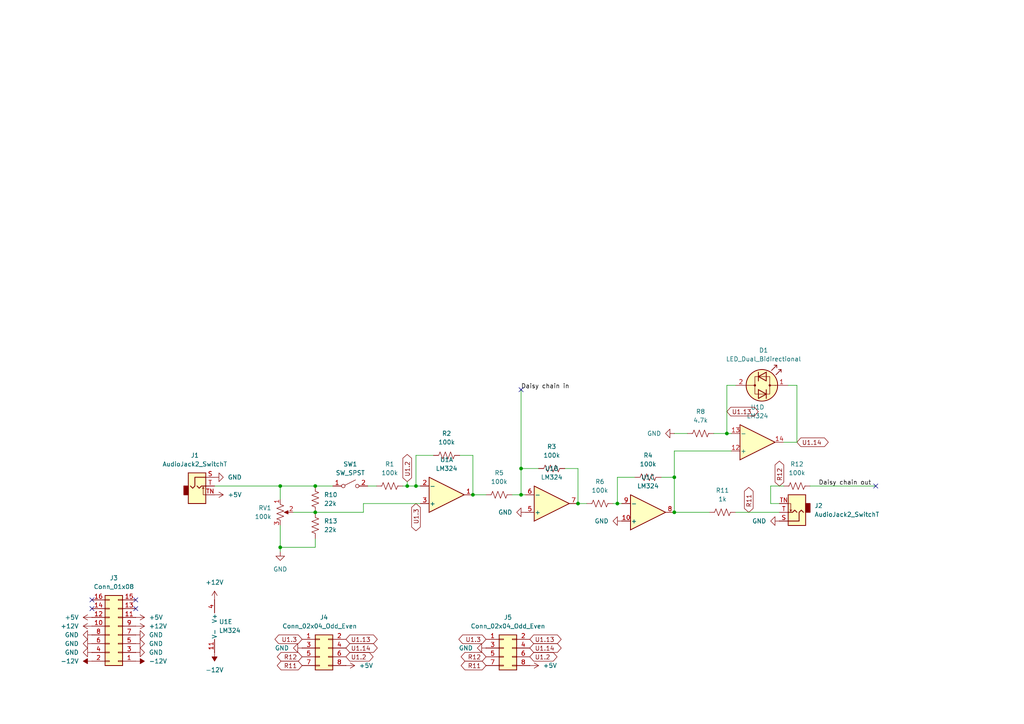
<source format=kicad_sch>
(kicad_sch
	(version 20231120)
	(generator "eeschema")
	(generator_version "8.0")
	(uuid "96da86e7-a50f-451f-8b60-e0d897c8bc3d")
	(paper "A4")
	(lib_symbols
		(symbol "Amplifier_Operational:LM324"
			(pin_names
				(offset 0.127)
			)
			(exclude_from_sim no)
			(in_bom yes)
			(on_board yes)
			(property "Reference" "U"
				(at 0 5.08 0)
				(effects
					(font
						(size 1.27 1.27)
					)
					(justify left)
				)
			)
			(property "Value" "LM324"
				(at 0 -5.08 0)
				(effects
					(font
						(size 1.27 1.27)
					)
					(justify left)
				)
			)
			(property "Footprint" ""
				(at -1.27 2.54 0)
				(effects
					(font
						(size 1.27 1.27)
					)
					(hide yes)
				)
			)
			(property "Datasheet" "http://www.ti.com/lit/ds/symlink/lm2902-n.pdf"
				(at 1.27 5.08 0)
				(effects
					(font
						(size 1.27 1.27)
					)
					(hide yes)
				)
			)
			(property "Description" "Low-Power, Quad-Operational Amplifiers, DIP-14/SOIC-14/SSOP-14"
				(at 0 0 0)
				(effects
					(font
						(size 1.27 1.27)
					)
					(hide yes)
				)
			)
			(property "ki_locked" ""
				(at 0 0 0)
				(effects
					(font
						(size 1.27 1.27)
					)
				)
			)
			(property "ki_keywords" "quad opamp"
				(at 0 0 0)
				(effects
					(font
						(size 1.27 1.27)
					)
					(hide yes)
				)
			)
			(property "ki_fp_filters" "SOIC*3.9x8.7mm*P1.27mm* DIP*W7.62mm* TSSOP*4.4x5mm*P0.65mm* SSOP*5.3x6.2mm*P0.65mm* MSOP*3x3mm*P0.5mm*"
				(at 0 0 0)
				(effects
					(font
						(size 1.27 1.27)
					)
					(hide yes)
				)
			)
			(symbol "LM324_1_1"
				(polyline
					(pts
						(xy -5.08 5.08) (xy 5.08 0) (xy -5.08 -5.08) (xy -5.08 5.08)
					)
					(stroke
						(width 0.254)
						(type default)
					)
					(fill
						(type background)
					)
				)
				(pin output line
					(at 7.62 0 180)
					(length 2.54)
					(name "~"
						(effects
							(font
								(size 1.27 1.27)
							)
						)
					)
					(number "1"
						(effects
							(font
								(size 1.27 1.27)
							)
						)
					)
				)
				(pin input line
					(at -7.62 -2.54 0)
					(length 2.54)
					(name "-"
						(effects
							(font
								(size 1.27 1.27)
							)
						)
					)
					(number "2"
						(effects
							(font
								(size 1.27 1.27)
							)
						)
					)
				)
				(pin input line
					(at -7.62 2.54 0)
					(length 2.54)
					(name "+"
						(effects
							(font
								(size 1.27 1.27)
							)
						)
					)
					(number "3"
						(effects
							(font
								(size 1.27 1.27)
							)
						)
					)
				)
			)
			(symbol "LM324_2_1"
				(polyline
					(pts
						(xy -5.08 5.08) (xy 5.08 0) (xy -5.08 -5.08) (xy -5.08 5.08)
					)
					(stroke
						(width 0.254)
						(type default)
					)
					(fill
						(type background)
					)
				)
				(pin input line
					(at -7.62 2.54 0)
					(length 2.54)
					(name "+"
						(effects
							(font
								(size 1.27 1.27)
							)
						)
					)
					(number "5"
						(effects
							(font
								(size 1.27 1.27)
							)
						)
					)
				)
				(pin input line
					(at -7.62 -2.54 0)
					(length 2.54)
					(name "-"
						(effects
							(font
								(size 1.27 1.27)
							)
						)
					)
					(number "6"
						(effects
							(font
								(size 1.27 1.27)
							)
						)
					)
				)
				(pin output line
					(at 7.62 0 180)
					(length 2.54)
					(name "~"
						(effects
							(font
								(size 1.27 1.27)
							)
						)
					)
					(number "7"
						(effects
							(font
								(size 1.27 1.27)
							)
						)
					)
				)
			)
			(symbol "LM324_3_1"
				(polyline
					(pts
						(xy -5.08 5.08) (xy 5.08 0) (xy -5.08 -5.08) (xy -5.08 5.08)
					)
					(stroke
						(width 0.254)
						(type default)
					)
					(fill
						(type background)
					)
				)
				(pin input line
					(at -7.62 2.54 0)
					(length 2.54)
					(name "+"
						(effects
							(font
								(size 1.27 1.27)
							)
						)
					)
					(number "10"
						(effects
							(font
								(size 1.27 1.27)
							)
						)
					)
				)
				(pin output line
					(at 7.62 0 180)
					(length 2.54)
					(name "~"
						(effects
							(font
								(size 1.27 1.27)
							)
						)
					)
					(number "8"
						(effects
							(font
								(size 1.27 1.27)
							)
						)
					)
				)
				(pin input line
					(at -7.62 -2.54 0)
					(length 2.54)
					(name "-"
						(effects
							(font
								(size 1.27 1.27)
							)
						)
					)
					(number "9"
						(effects
							(font
								(size 1.27 1.27)
							)
						)
					)
				)
			)
			(symbol "LM324_4_1"
				(polyline
					(pts
						(xy -5.08 5.08) (xy 5.08 0) (xy -5.08 -5.08) (xy -5.08 5.08)
					)
					(stroke
						(width 0.254)
						(type default)
					)
					(fill
						(type background)
					)
				)
				(pin input line
					(at -7.62 2.54 0)
					(length 2.54)
					(name "+"
						(effects
							(font
								(size 1.27 1.27)
							)
						)
					)
					(number "12"
						(effects
							(font
								(size 1.27 1.27)
							)
						)
					)
				)
				(pin input line
					(at -7.62 -2.54 0)
					(length 2.54)
					(name "-"
						(effects
							(font
								(size 1.27 1.27)
							)
						)
					)
					(number "13"
						(effects
							(font
								(size 1.27 1.27)
							)
						)
					)
				)
				(pin output line
					(at 7.62 0 180)
					(length 2.54)
					(name "~"
						(effects
							(font
								(size 1.27 1.27)
							)
						)
					)
					(number "14"
						(effects
							(font
								(size 1.27 1.27)
							)
						)
					)
				)
			)
			(symbol "LM324_5_1"
				(pin power_in line
					(at -2.54 -7.62 90)
					(length 3.81)
					(name "V-"
						(effects
							(font
								(size 1.27 1.27)
							)
						)
					)
					(number "11"
						(effects
							(font
								(size 1.27 1.27)
							)
						)
					)
				)
				(pin power_in line
					(at -2.54 7.62 270)
					(length 3.81)
					(name "V+"
						(effects
							(font
								(size 1.27 1.27)
							)
						)
					)
					(number "4"
						(effects
							(font
								(size 1.27 1.27)
							)
						)
					)
				)
			)
		)
		(symbol "Connector_Audio:AudioJack2_SwitchT"
			(exclude_from_sim no)
			(in_bom yes)
			(on_board yes)
			(property "Reference" "J"
				(at 0 8.89 0)
				(effects
					(font
						(size 1.27 1.27)
					)
				)
			)
			(property "Value" "AudioJack2_SwitchT"
				(at 0 6.35 0)
				(effects
					(font
						(size 1.27 1.27)
					)
				)
			)
			(property "Footprint" ""
				(at 0 0 0)
				(effects
					(font
						(size 1.27 1.27)
					)
					(hide yes)
				)
			)
			(property "Datasheet" "~"
				(at 0 0 0)
				(effects
					(font
						(size 1.27 1.27)
					)
					(hide yes)
				)
			)
			(property "Description" "Audio Jack, 2 Poles (Mono / TS), Switched T Pole (Normalling)"
				(at 0 0 0)
				(effects
					(font
						(size 1.27 1.27)
					)
					(hide yes)
				)
			)
			(property "ki_keywords" "audio jack receptacle mono headphones phone TS connector"
				(at 0 0 0)
				(effects
					(font
						(size 1.27 1.27)
					)
					(hide yes)
				)
			)
			(property "ki_fp_filters" "Jack*"
				(at 0 0 0)
				(effects
					(font
						(size 1.27 1.27)
					)
					(hide yes)
				)
			)
			(symbol "AudioJack2_SwitchT_0_1"
				(rectangle
					(start -2.54 0)
					(end -3.81 -2.54)
					(stroke
						(width 0.254)
						(type default)
					)
					(fill
						(type outline)
					)
				)
				(polyline
					(pts
						(xy 1.778 -0.254) (xy 2.032 -0.762)
					)
					(stroke
						(width 0)
						(type default)
					)
					(fill
						(type none)
					)
				)
				(polyline
					(pts
						(xy 0 0) (xy 0.635 -0.635) (xy 1.27 0) (xy 2.54 0)
					)
					(stroke
						(width 0.254)
						(type default)
					)
					(fill
						(type none)
					)
				)
				(polyline
					(pts
						(xy 2.54 -2.54) (xy 1.778 -2.54) (xy 1.778 -0.254) (xy 1.524 -0.762)
					)
					(stroke
						(width 0)
						(type default)
					)
					(fill
						(type none)
					)
				)
				(polyline
					(pts
						(xy 2.54 2.54) (xy -0.635 2.54) (xy -0.635 0) (xy -1.27 -0.635) (xy -1.905 0)
					)
					(stroke
						(width 0.254)
						(type default)
					)
					(fill
						(type none)
					)
				)
				(rectangle
					(start 2.54 3.81)
					(end -2.54 -5.08)
					(stroke
						(width 0.254)
						(type default)
					)
					(fill
						(type background)
					)
				)
			)
			(symbol "AudioJack2_SwitchT_1_1"
				(pin passive line
					(at 5.08 2.54 180)
					(length 2.54)
					(name "~"
						(effects
							(font
								(size 1.27 1.27)
							)
						)
					)
					(number "S"
						(effects
							(font
								(size 1.27 1.27)
							)
						)
					)
				)
				(pin passive line
					(at 5.08 0 180)
					(length 2.54)
					(name "~"
						(effects
							(font
								(size 1.27 1.27)
							)
						)
					)
					(number "T"
						(effects
							(font
								(size 1.27 1.27)
							)
						)
					)
				)
				(pin passive line
					(at 5.08 -2.54 180)
					(length 2.54)
					(name "~"
						(effects
							(font
								(size 1.27 1.27)
							)
						)
					)
					(number "TN"
						(effects
							(font
								(size 1.27 1.27)
							)
						)
					)
				)
			)
		)
		(symbol "Connector_Generic:Conn_02x04_Odd_Even"
			(pin_names
				(offset 1.016) hide)
			(exclude_from_sim no)
			(in_bom yes)
			(on_board yes)
			(property "Reference" "J"
				(at 1.27 5.08 0)
				(effects
					(font
						(size 1.27 1.27)
					)
				)
			)
			(property "Value" "Conn_02x04_Odd_Even"
				(at 1.27 -7.62 0)
				(effects
					(font
						(size 1.27 1.27)
					)
				)
			)
			(property "Footprint" ""
				(at 0 0 0)
				(effects
					(font
						(size 1.27 1.27)
					)
					(hide yes)
				)
			)
			(property "Datasheet" "~"
				(at 0 0 0)
				(effects
					(font
						(size 1.27 1.27)
					)
					(hide yes)
				)
			)
			(property "Description" "Generic connector, double row, 02x04, odd/even pin numbering scheme (row 1 odd numbers, row 2 even numbers), script generated (kicad-library-utils/schlib/autogen/connector/)"
				(at 0 0 0)
				(effects
					(font
						(size 1.27 1.27)
					)
					(hide yes)
				)
			)
			(property "ki_keywords" "connector"
				(at 0 0 0)
				(effects
					(font
						(size 1.27 1.27)
					)
					(hide yes)
				)
			)
			(property "ki_fp_filters" "Connector*:*_2x??_*"
				(at 0 0 0)
				(effects
					(font
						(size 1.27 1.27)
					)
					(hide yes)
				)
			)
			(symbol "Conn_02x04_Odd_Even_1_1"
				(rectangle
					(start -1.27 -4.953)
					(end 0 -5.207)
					(stroke
						(width 0.1524)
						(type default)
					)
					(fill
						(type none)
					)
				)
				(rectangle
					(start -1.27 -2.413)
					(end 0 -2.667)
					(stroke
						(width 0.1524)
						(type default)
					)
					(fill
						(type none)
					)
				)
				(rectangle
					(start -1.27 0.127)
					(end 0 -0.127)
					(stroke
						(width 0.1524)
						(type default)
					)
					(fill
						(type none)
					)
				)
				(rectangle
					(start -1.27 2.667)
					(end 0 2.413)
					(stroke
						(width 0.1524)
						(type default)
					)
					(fill
						(type none)
					)
				)
				(rectangle
					(start -1.27 3.81)
					(end 3.81 -6.35)
					(stroke
						(width 0.254)
						(type default)
					)
					(fill
						(type background)
					)
				)
				(rectangle
					(start 3.81 -4.953)
					(end 2.54 -5.207)
					(stroke
						(width 0.1524)
						(type default)
					)
					(fill
						(type none)
					)
				)
				(rectangle
					(start 3.81 -2.413)
					(end 2.54 -2.667)
					(stroke
						(width 0.1524)
						(type default)
					)
					(fill
						(type none)
					)
				)
				(rectangle
					(start 3.81 0.127)
					(end 2.54 -0.127)
					(stroke
						(width 0.1524)
						(type default)
					)
					(fill
						(type none)
					)
				)
				(rectangle
					(start 3.81 2.667)
					(end 2.54 2.413)
					(stroke
						(width 0.1524)
						(type default)
					)
					(fill
						(type none)
					)
				)
				(pin passive line
					(at -5.08 2.54 0)
					(length 3.81)
					(name "Pin_1"
						(effects
							(font
								(size 1.27 1.27)
							)
						)
					)
					(number "1"
						(effects
							(font
								(size 1.27 1.27)
							)
						)
					)
				)
				(pin passive line
					(at 7.62 2.54 180)
					(length 3.81)
					(name "Pin_2"
						(effects
							(font
								(size 1.27 1.27)
							)
						)
					)
					(number "2"
						(effects
							(font
								(size 1.27 1.27)
							)
						)
					)
				)
				(pin passive line
					(at -5.08 0 0)
					(length 3.81)
					(name "Pin_3"
						(effects
							(font
								(size 1.27 1.27)
							)
						)
					)
					(number "3"
						(effects
							(font
								(size 1.27 1.27)
							)
						)
					)
				)
				(pin passive line
					(at 7.62 0 180)
					(length 3.81)
					(name "Pin_4"
						(effects
							(font
								(size 1.27 1.27)
							)
						)
					)
					(number "4"
						(effects
							(font
								(size 1.27 1.27)
							)
						)
					)
				)
				(pin passive line
					(at -5.08 -2.54 0)
					(length 3.81)
					(name "Pin_5"
						(effects
							(font
								(size 1.27 1.27)
							)
						)
					)
					(number "5"
						(effects
							(font
								(size 1.27 1.27)
							)
						)
					)
				)
				(pin passive line
					(at 7.62 -2.54 180)
					(length 3.81)
					(name "Pin_6"
						(effects
							(font
								(size 1.27 1.27)
							)
						)
					)
					(number "6"
						(effects
							(font
								(size 1.27 1.27)
							)
						)
					)
				)
				(pin passive line
					(at -5.08 -5.08 0)
					(length 3.81)
					(name "Pin_7"
						(effects
							(font
								(size 1.27 1.27)
							)
						)
					)
					(number "7"
						(effects
							(font
								(size 1.27 1.27)
							)
						)
					)
				)
				(pin passive line
					(at 7.62 -5.08 180)
					(length 3.81)
					(name "Pin_8"
						(effects
							(font
								(size 1.27 1.27)
							)
						)
					)
					(number "8"
						(effects
							(font
								(size 1.27 1.27)
							)
						)
					)
				)
			)
		)
		(symbol "Connector_Generic:Conn_02x08_Odd_Even"
			(pin_names
				(offset 1.016) hide)
			(exclude_from_sim no)
			(in_bom yes)
			(on_board yes)
			(property "Reference" "J"
				(at 1.27 10.16 0)
				(effects
					(font
						(size 1.27 1.27)
					)
				)
			)
			(property "Value" "Conn_02x08_Odd_Even"
				(at 1.27 -12.7 0)
				(effects
					(font
						(size 1.27 1.27)
					)
				)
			)
			(property "Footprint" ""
				(at 0 0 0)
				(effects
					(font
						(size 1.27 1.27)
					)
					(hide yes)
				)
			)
			(property "Datasheet" "~"
				(at 0 0 0)
				(effects
					(font
						(size 1.27 1.27)
					)
					(hide yes)
				)
			)
			(property "Description" "Generic connector, double row, 02x08, odd/even pin numbering scheme (row 1 odd numbers, row 2 even numbers), script generated (kicad-library-utils/schlib/autogen/connector/)"
				(at 0 0 0)
				(effects
					(font
						(size 1.27 1.27)
					)
					(hide yes)
				)
			)
			(property "ki_keywords" "connector"
				(at 0 0 0)
				(effects
					(font
						(size 1.27 1.27)
					)
					(hide yes)
				)
			)
			(property "ki_fp_filters" "Connector*:*_2x??_*"
				(at 0 0 0)
				(effects
					(font
						(size 1.27 1.27)
					)
					(hide yes)
				)
			)
			(symbol "Conn_02x08_Odd_Even_1_1"
				(rectangle
					(start -1.27 -10.033)
					(end 0 -10.287)
					(stroke
						(width 0.1524)
						(type default)
					)
					(fill
						(type none)
					)
				)
				(rectangle
					(start -1.27 -7.493)
					(end 0 -7.747)
					(stroke
						(width 0.1524)
						(type default)
					)
					(fill
						(type none)
					)
				)
				(rectangle
					(start -1.27 -4.953)
					(end 0 -5.207)
					(stroke
						(width 0.1524)
						(type default)
					)
					(fill
						(type none)
					)
				)
				(rectangle
					(start -1.27 -2.413)
					(end 0 -2.667)
					(stroke
						(width 0.1524)
						(type default)
					)
					(fill
						(type none)
					)
				)
				(rectangle
					(start -1.27 0.127)
					(end 0 -0.127)
					(stroke
						(width 0.1524)
						(type default)
					)
					(fill
						(type none)
					)
				)
				(rectangle
					(start -1.27 2.667)
					(end 0 2.413)
					(stroke
						(width 0.1524)
						(type default)
					)
					(fill
						(type none)
					)
				)
				(rectangle
					(start -1.27 5.207)
					(end 0 4.953)
					(stroke
						(width 0.1524)
						(type default)
					)
					(fill
						(type none)
					)
				)
				(rectangle
					(start -1.27 7.747)
					(end 0 7.493)
					(stroke
						(width 0.1524)
						(type default)
					)
					(fill
						(type none)
					)
				)
				(rectangle
					(start -1.27 8.89)
					(end 3.81 -11.43)
					(stroke
						(width 0.254)
						(type default)
					)
					(fill
						(type background)
					)
				)
				(rectangle
					(start 3.81 -10.033)
					(end 2.54 -10.287)
					(stroke
						(width 0.1524)
						(type default)
					)
					(fill
						(type none)
					)
				)
				(rectangle
					(start 3.81 -7.493)
					(end 2.54 -7.747)
					(stroke
						(width 0.1524)
						(type default)
					)
					(fill
						(type none)
					)
				)
				(rectangle
					(start 3.81 -4.953)
					(end 2.54 -5.207)
					(stroke
						(width 0.1524)
						(type default)
					)
					(fill
						(type none)
					)
				)
				(rectangle
					(start 3.81 -2.413)
					(end 2.54 -2.667)
					(stroke
						(width 0.1524)
						(type default)
					)
					(fill
						(type none)
					)
				)
				(rectangle
					(start 3.81 0.127)
					(end 2.54 -0.127)
					(stroke
						(width 0.1524)
						(type default)
					)
					(fill
						(type none)
					)
				)
				(rectangle
					(start 3.81 2.667)
					(end 2.54 2.413)
					(stroke
						(width 0.1524)
						(type default)
					)
					(fill
						(type none)
					)
				)
				(rectangle
					(start 3.81 5.207)
					(end 2.54 4.953)
					(stroke
						(width 0.1524)
						(type default)
					)
					(fill
						(type none)
					)
				)
				(rectangle
					(start 3.81 7.747)
					(end 2.54 7.493)
					(stroke
						(width 0.1524)
						(type default)
					)
					(fill
						(type none)
					)
				)
				(pin passive line
					(at -5.08 7.62 0)
					(length 3.81)
					(name "Pin_1"
						(effects
							(font
								(size 1.27 1.27)
							)
						)
					)
					(number "1"
						(effects
							(font
								(size 1.27 1.27)
							)
						)
					)
				)
				(pin passive line
					(at 7.62 -2.54 180)
					(length 3.81)
					(name "Pin_10"
						(effects
							(font
								(size 1.27 1.27)
							)
						)
					)
					(number "10"
						(effects
							(font
								(size 1.27 1.27)
							)
						)
					)
				)
				(pin passive line
					(at -5.08 -5.08 0)
					(length 3.81)
					(name "Pin_11"
						(effects
							(font
								(size 1.27 1.27)
							)
						)
					)
					(number "11"
						(effects
							(font
								(size 1.27 1.27)
							)
						)
					)
				)
				(pin passive line
					(at 7.62 -5.08 180)
					(length 3.81)
					(name "Pin_12"
						(effects
							(font
								(size 1.27 1.27)
							)
						)
					)
					(number "12"
						(effects
							(font
								(size 1.27 1.27)
							)
						)
					)
				)
				(pin passive line
					(at -5.08 -7.62 0)
					(length 3.81)
					(name "Pin_13"
						(effects
							(font
								(size 1.27 1.27)
							)
						)
					)
					(number "13"
						(effects
							(font
								(size 1.27 1.27)
							)
						)
					)
				)
				(pin passive line
					(at 7.62 -7.62 180)
					(length 3.81)
					(name "Pin_14"
						(effects
							(font
								(size 1.27 1.27)
							)
						)
					)
					(number "14"
						(effects
							(font
								(size 1.27 1.27)
							)
						)
					)
				)
				(pin passive line
					(at -5.08 -10.16 0)
					(length 3.81)
					(name "Pin_15"
						(effects
							(font
								(size 1.27 1.27)
							)
						)
					)
					(number "15"
						(effects
							(font
								(size 1.27 1.27)
							)
						)
					)
				)
				(pin passive line
					(at 7.62 -10.16 180)
					(length 3.81)
					(name "Pin_16"
						(effects
							(font
								(size 1.27 1.27)
							)
						)
					)
					(number "16"
						(effects
							(font
								(size 1.27 1.27)
							)
						)
					)
				)
				(pin passive line
					(at 7.62 7.62 180)
					(length 3.81)
					(name "Pin_2"
						(effects
							(font
								(size 1.27 1.27)
							)
						)
					)
					(number "2"
						(effects
							(font
								(size 1.27 1.27)
							)
						)
					)
				)
				(pin passive line
					(at -5.08 5.08 0)
					(length 3.81)
					(name "Pin_3"
						(effects
							(font
								(size 1.27 1.27)
							)
						)
					)
					(number "3"
						(effects
							(font
								(size 1.27 1.27)
							)
						)
					)
				)
				(pin passive line
					(at 7.62 5.08 180)
					(length 3.81)
					(name "Pin_4"
						(effects
							(font
								(size 1.27 1.27)
							)
						)
					)
					(number "4"
						(effects
							(font
								(size 1.27 1.27)
							)
						)
					)
				)
				(pin passive line
					(at -5.08 2.54 0)
					(length 3.81)
					(name "Pin_5"
						(effects
							(font
								(size 1.27 1.27)
							)
						)
					)
					(number "5"
						(effects
							(font
								(size 1.27 1.27)
							)
						)
					)
				)
				(pin passive line
					(at 7.62 2.54 180)
					(length 3.81)
					(name "Pin_6"
						(effects
							(font
								(size 1.27 1.27)
							)
						)
					)
					(number "6"
						(effects
							(font
								(size 1.27 1.27)
							)
						)
					)
				)
				(pin passive line
					(at -5.08 0 0)
					(length 3.81)
					(name "Pin_7"
						(effects
							(font
								(size 1.27 1.27)
							)
						)
					)
					(number "7"
						(effects
							(font
								(size 1.27 1.27)
							)
						)
					)
				)
				(pin passive line
					(at 7.62 0 180)
					(length 3.81)
					(name "Pin_8"
						(effects
							(font
								(size 1.27 1.27)
							)
						)
					)
					(number "8"
						(effects
							(font
								(size 1.27 1.27)
							)
						)
					)
				)
				(pin passive line
					(at -5.08 -2.54 0)
					(length 3.81)
					(name "Pin_9"
						(effects
							(font
								(size 1.27 1.27)
							)
						)
					)
					(number "9"
						(effects
							(font
								(size 1.27 1.27)
							)
						)
					)
				)
			)
		)
		(symbol "Device:LED_Dual_Bidirectional"
			(pin_names
				(offset 0) hide)
			(exclude_from_sim no)
			(in_bom yes)
			(on_board yes)
			(property "Reference" "D"
				(at 0 5.715 0)
				(effects
					(font
						(size 1.27 1.27)
					)
				)
			)
			(property "Value" "LED_Dual_Bidirectional"
				(at 0 -6.35 0)
				(effects
					(font
						(size 1.27 1.27)
					)
				)
			)
			(property "Footprint" ""
				(at 0 0 0)
				(effects
					(font
						(size 1.27 1.27)
					)
					(hide yes)
				)
			)
			(property "Datasheet" "~"
				(at 0 0 0)
				(effects
					(font
						(size 1.27 1.27)
					)
					(hide yes)
				)
			)
			(property "Description" "Dual LED, bidirectional"
				(at 0 0 0)
				(effects
					(font
						(size 1.27 1.27)
					)
					(hide yes)
				)
			)
			(property "ki_keywords" "LED diode bicolor dual"
				(at 0 0 0)
				(effects
					(font
						(size 1.27 1.27)
					)
					(hide yes)
				)
			)
			(property "ki_fp_filters" "LED* LED_SMD:* LED_THT:*"
				(at 0 0 0)
				(effects
					(font
						(size 1.27 1.27)
					)
					(hide yes)
				)
			)
			(symbol "LED_Dual_Bidirectional_0_1"
				(circle
					(center -2.032 0)
					(radius 0.254)
					(stroke
						(width 0)
						(type default)
					)
					(fill
						(type outline)
					)
				)
				(polyline
					(pts
						(xy -4.572 0) (xy -2.54 0)
					)
					(stroke
						(width 0)
						(type default)
					)
					(fill
						(type none)
					)
				)
				(polyline
					(pts
						(xy -2.032 0) (xy -2.54 0)
					)
					(stroke
						(width 0)
						(type default)
					)
					(fill
						(type none)
					)
				)
				(polyline
					(pts
						(xy -1.016 3.81) (xy -1.016 1.27)
					)
					(stroke
						(width 0.254)
						(type default)
					)
					(fill
						(type none)
					)
				)
				(polyline
					(pts
						(xy 1.27 -1.27) (xy 1.27 -3.81)
					)
					(stroke
						(width 0.254)
						(type default)
					)
					(fill
						(type none)
					)
				)
				(polyline
					(pts
						(xy 4.064 0) (xy 2.286 0)
					)
					(stroke
						(width 0)
						(type default)
					)
					(fill
						(type outline)
					)
				)
				(polyline
					(pts
						(xy 4.318 5.842) (xy 4.318 5.08)
					)
					(stroke
						(width 0.2032)
						(type default)
					)
					(fill
						(type none)
					)
				)
				(polyline
					(pts
						(xy 5.588 4.572) (xy 5.588 3.81)
					)
					(stroke
						(width 0.2032)
						(type default)
					)
					(fill
						(type none)
					)
				)
				(polyline
					(pts
						(xy 2.794 4.318) (xy 4.318 5.842) (xy 3.556 5.842)
					)
					(stroke
						(width 0.2032)
						(type default)
					)
					(fill
						(type none)
					)
				)
				(polyline
					(pts
						(xy 4.064 3.048) (xy 5.588 4.572) (xy 4.826 4.572)
					)
					(stroke
						(width 0.2032)
						(type default)
					)
					(fill
						(type none)
					)
				)
				(polyline
					(pts
						(xy -1.016 -1.27) (xy -1.016 -3.81) (xy 1.27 -2.54) (xy -1.016 -1.27)
					)
					(stroke
						(width 0.254)
						(type default)
					)
					(fill
						(type none)
					)
				)
				(polyline
					(pts
						(xy 1.27 3.81) (xy 1.27 1.27) (xy -1.016 2.54) (xy 1.27 3.81)
					)
					(stroke
						(width 0.254)
						(type default)
					)
					(fill
						(type none)
					)
				)
				(polyline
					(pts
						(xy 2.286 2.54) (xy -2.032 2.54) (xy -2.032 -2.54) (xy 2.286 -2.54) (xy 2.286 2.54)
					)
					(stroke
						(width 0)
						(type default)
					)
					(fill
						(type none)
					)
				)
				(circle
					(center 0 0)
					(radius 4.572)
					(stroke
						(width 0.254)
						(type default)
					)
					(fill
						(type background)
					)
				)
				(circle
					(center 2.286 0)
					(radius 0.254)
					(stroke
						(width 0)
						(type default)
					)
					(fill
						(type outline)
					)
				)
			)
			(symbol "LED_Dual_Bidirectional_1_1"
				(pin input line
					(at 7.62 0 180)
					(length 3.81)
					(name "KA"
						(effects
							(font
								(size 1.27 1.27)
							)
						)
					)
					(number "1"
						(effects
							(font
								(size 1.27 1.27)
							)
						)
					)
				)
				(pin input line
					(at -7.62 0 0)
					(length 3.048)
					(name "AK"
						(effects
							(font
								(size 1.27 1.27)
							)
						)
					)
					(number "2"
						(effects
							(font
								(size 1.27 1.27)
							)
						)
					)
				)
			)
		)
		(symbol "Device:R_Potentiometer_US"
			(pin_names
				(offset 1.016) hide)
			(exclude_from_sim no)
			(in_bom yes)
			(on_board yes)
			(property "Reference" "RV"
				(at -4.445 0 90)
				(effects
					(font
						(size 1.27 1.27)
					)
				)
			)
			(property "Value" "R_Potentiometer_US"
				(at -2.54 0 90)
				(effects
					(font
						(size 1.27 1.27)
					)
				)
			)
			(property "Footprint" ""
				(at 0 0 0)
				(effects
					(font
						(size 1.27 1.27)
					)
					(hide yes)
				)
			)
			(property "Datasheet" "~"
				(at 0 0 0)
				(effects
					(font
						(size 1.27 1.27)
					)
					(hide yes)
				)
			)
			(property "Description" "Potentiometer, US symbol"
				(at 0 0 0)
				(effects
					(font
						(size 1.27 1.27)
					)
					(hide yes)
				)
			)
			(property "ki_keywords" "resistor variable"
				(at 0 0 0)
				(effects
					(font
						(size 1.27 1.27)
					)
					(hide yes)
				)
			)
			(property "ki_fp_filters" "Potentiometer*"
				(at 0 0 0)
				(effects
					(font
						(size 1.27 1.27)
					)
					(hide yes)
				)
			)
			(symbol "R_Potentiometer_US_0_1"
				(polyline
					(pts
						(xy 0 -2.286) (xy 0 -2.54)
					)
					(stroke
						(width 0)
						(type default)
					)
					(fill
						(type none)
					)
				)
				(polyline
					(pts
						(xy 0 2.54) (xy 0 2.286)
					)
					(stroke
						(width 0)
						(type default)
					)
					(fill
						(type none)
					)
				)
				(polyline
					(pts
						(xy 2.54 0) (xy 1.524 0)
					)
					(stroke
						(width 0)
						(type default)
					)
					(fill
						(type none)
					)
				)
				(polyline
					(pts
						(xy 1.143 0) (xy 2.286 0.508) (xy 2.286 -0.508) (xy 1.143 0)
					)
					(stroke
						(width 0)
						(type default)
					)
					(fill
						(type outline)
					)
				)
				(polyline
					(pts
						(xy 0 -0.762) (xy 1.016 -1.143) (xy 0 -1.524) (xy -1.016 -1.905) (xy 0 -2.286)
					)
					(stroke
						(width 0)
						(type default)
					)
					(fill
						(type none)
					)
				)
				(polyline
					(pts
						(xy 0 0.762) (xy 1.016 0.381) (xy 0 0) (xy -1.016 -0.381) (xy 0 -0.762)
					)
					(stroke
						(width 0)
						(type default)
					)
					(fill
						(type none)
					)
				)
				(polyline
					(pts
						(xy 0 2.286) (xy 1.016 1.905) (xy 0 1.524) (xy -1.016 1.143) (xy 0 0.762)
					)
					(stroke
						(width 0)
						(type default)
					)
					(fill
						(type none)
					)
				)
			)
			(symbol "R_Potentiometer_US_1_1"
				(pin passive line
					(at 0 3.81 270)
					(length 1.27)
					(name "1"
						(effects
							(font
								(size 1.27 1.27)
							)
						)
					)
					(number "1"
						(effects
							(font
								(size 1.27 1.27)
							)
						)
					)
				)
				(pin passive line
					(at 3.81 0 180)
					(length 1.27)
					(name "2"
						(effects
							(font
								(size 1.27 1.27)
							)
						)
					)
					(number "2"
						(effects
							(font
								(size 1.27 1.27)
							)
						)
					)
				)
				(pin passive line
					(at 0 -3.81 90)
					(length 1.27)
					(name "3"
						(effects
							(font
								(size 1.27 1.27)
							)
						)
					)
					(number "3"
						(effects
							(font
								(size 1.27 1.27)
							)
						)
					)
				)
			)
		)
		(symbol "Device:R_US"
			(pin_numbers hide)
			(pin_names
				(offset 0)
			)
			(exclude_from_sim no)
			(in_bom yes)
			(on_board yes)
			(property "Reference" "R"
				(at 2.54 0 90)
				(effects
					(font
						(size 1.27 1.27)
					)
				)
			)
			(property "Value" "R_US"
				(at -2.54 0 90)
				(effects
					(font
						(size 1.27 1.27)
					)
				)
			)
			(property "Footprint" ""
				(at 1.016 -0.254 90)
				(effects
					(font
						(size 1.27 1.27)
					)
					(hide yes)
				)
			)
			(property "Datasheet" "~"
				(at 0 0 0)
				(effects
					(font
						(size 1.27 1.27)
					)
					(hide yes)
				)
			)
			(property "Description" "Resistor, US symbol"
				(at 0 0 0)
				(effects
					(font
						(size 1.27 1.27)
					)
					(hide yes)
				)
			)
			(property "ki_keywords" "R res resistor"
				(at 0 0 0)
				(effects
					(font
						(size 1.27 1.27)
					)
					(hide yes)
				)
			)
			(property "ki_fp_filters" "R_*"
				(at 0 0 0)
				(effects
					(font
						(size 1.27 1.27)
					)
					(hide yes)
				)
			)
			(symbol "R_US_0_1"
				(polyline
					(pts
						(xy 0 -2.286) (xy 0 -2.54)
					)
					(stroke
						(width 0)
						(type default)
					)
					(fill
						(type none)
					)
				)
				(polyline
					(pts
						(xy 0 2.286) (xy 0 2.54)
					)
					(stroke
						(width 0)
						(type default)
					)
					(fill
						(type none)
					)
				)
				(polyline
					(pts
						(xy 0 -0.762) (xy 1.016 -1.143) (xy 0 -1.524) (xy -1.016 -1.905) (xy 0 -2.286)
					)
					(stroke
						(width 0)
						(type default)
					)
					(fill
						(type none)
					)
				)
				(polyline
					(pts
						(xy 0 0.762) (xy 1.016 0.381) (xy 0 0) (xy -1.016 -0.381) (xy 0 -0.762)
					)
					(stroke
						(width 0)
						(type default)
					)
					(fill
						(type none)
					)
				)
				(polyline
					(pts
						(xy 0 2.286) (xy 1.016 1.905) (xy 0 1.524) (xy -1.016 1.143) (xy 0 0.762)
					)
					(stroke
						(width 0)
						(type default)
					)
					(fill
						(type none)
					)
				)
			)
			(symbol "R_US_1_1"
				(pin passive line
					(at 0 3.81 270)
					(length 1.27)
					(name "~"
						(effects
							(font
								(size 1.27 1.27)
							)
						)
					)
					(number "1"
						(effects
							(font
								(size 1.27 1.27)
							)
						)
					)
				)
				(pin passive line
					(at 0 -3.81 90)
					(length 1.27)
					(name "~"
						(effects
							(font
								(size 1.27 1.27)
							)
						)
					)
					(number "2"
						(effects
							(font
								(size 1.27 1.27)
							)
						)
					)
				)
			)
		)
		(symbol "Switch:SW_SPST"
			(pin_names
				(offset 0) hide)
			(exclude_from_sim no)
			(in_bom yes)
			(on_board yes)
			(property "Reference" "SW"
				(at 0 3.175 0)
				(effects
					(font
						(size 1.27 1.27)
					)
				)
			)
			(property "Value" "SW_SPST"
				(at 0 -2.54 0)
				(effects
					(font
						(size 1.27 1.27)
					)
				)
			)
			(property "Footprint" ""
				(at 0 0 0)
				(effects
					(font
						(size 1.27 1.27)
					)
					(hide yes)
				)
			)
			(property "Datasheet" "~"
				(at 0 0 0)
				(effects
					(font
						(size 1.27 1.27)
					)
					(hide yes)
				)
			)
			(property "Description" "Single Pole Single Throw (SPST) switch"
				(at 0 0 0)
				(effects
					(font
						(size 1.27 1.27)
					)
					(hide yes)
				)
			)
			(property "ki_keywords" "switch lever"
				(at 0 0 0)
				(effects
					(font
						(size 1.27 1.27)
					)
					(hide yes)
				)
			)
			(symbol "SW_SPST_0_0"
				(circle
					(center -2.032 0)
					(radius 0.508)
					(stroke
						(width 0)
						(type default)
					)
					(fill
						(type none)
					)
				)
				(polyline
					(pts
						(xy -1.524 0.254) (xy 1.524 1.778)
					)
					(stroke
						(width 0)
						(type default)
					)
					(fill
						(type none)
					)
				)
				(circle
					(center 2.032 0)
					(radius 0.508)
					(stroke
						(width 0)
						(type default)
					)
					(fill
						(type none)
					)
				)
			)
			(symbol "SW_SPST_1_1"
				(pin passive line
					(at -5.08 0 0)
					(length 2.54)
					(name "A"
						(effects
							(font
								(size 1.27 1.27)
							)
						)
					)
					(number "1"
						(effects
							(font
								(size 1.27 1.27)
							)
						)
					)
				)
				(pin passive line
					(at 5.08 0 180)
					(length 2.54)
					(name "B"
						(effects
							(font
								(size 1.27 1.27)
							)
						)
					)
					(number "2"
						(effects
							(font
								(size 1.27 1.27)
							)
						)
					)
				)
			)
		)
		(symbol "power:+12V"
			(power)
			(pin_numbers hide)
			(pin_names
				(offset 0) hide)
			(exclude_from_sim no)
			(in_bom yes)
			(on_board yes)
			(property "Reference" "#PWR"
				(at 0 -3.81 0)
				(effects
					(font
						(size 1.27 1.27)
					)
					(hide yes)
				)
			)
			(property "Value" "+12V"
				(at 0 3.556 0)
				(effects
					(font
						(size 1.27 1.27)
					)
				)
			)
			(property "Footprint" ""
				(at 0 0 0)
				(effects
					(font
						(size 1.27 1.27)
					)
					(hide yes)
				)
			)
			(property "Datasheet" ""
				(at 0 0 0)
				(effects
					(font
						(size 1.27 1.27)
					)
					(hide yes)
				)
			)
			(property "Description" "Power symbol creates a global label with name \"+12V\""
				(at 0 0 0)
				(effects
					(font
						(size 1.27 1.27)
					)
					(hide yes)
				)
			)
			(property "ki_keywords" "global power"
				(at 0 0 0)
				(effects
					(font
						(size 1.27 1.27)
					)
					(hide yes)
				)
			)
			(symbol "+12V_0_1"
				(polyline
					(pts
						(xy -0.762 1.27) (xy 0 2.54)
					)
					(stroke
						(width 0)
						(type default)
					)
					(fill
						(type none)
					)
				)
				(polyline
					(pts
						(xy 0 0) (xy 0 2.54)
					)
					(stroke
						(width 0)
						(type default)
					)
					(fill
						(type none)
					)
				)
				(polyline
					(pts
						(xy 0 2.54) (xy 0.762 1.27)
					)
					(stroke
						(width 0)
						(type default)
					)
					(fill
						(type none)
					)
				)
			)
			(symbol "+12V_1_1"
				(pin power_in line
					(at 0 0 90)
					(length 0)
					(name "~"
						(effects
							(font
								(size 1.27 1.27)
							)
						)
					)
					(number "1"
						(effects
							(font
								(size 1.27 1.27)
							)
						)
					)
				)
			)
		)
		(symbol "power:+5V"
			(power)
			(pin_numbers hide)
			(pin_names
				(offset 0) hide)
			(exclude_from_sim no)
			(in_bom yes)
			(on_board yes)
			(property "Reference" "#PWR"
				(at 0 -3.81 0)
				(effects
					(font
						(size 1.27 1.27)
					)
					(hide yes)
				)
			)
			(property "Value" "+5V"
				(at 0 3.556 0)
				(effects
					(font
						(size 1.27 1.27)
					)
				)
			)
			(property "Footprint" ""
				(at 0 0 0)
				(effects
					(font
						(size 1.27 1.27)
					)
					(hide yes)
				)
			)
			(property "Datasheet" ""
				(at 0 0 0)
				(effects
					(font
						(size 1.27 1.27)
					)
					(hide yes)
				)
			)
			(property "Description" "Power symbol creates a global label with name \"+5V\""
				(at 0 0 0)
				(effects
					(font
						(size 1.27 1.27)
					)
					(hide yes)
				)
			)
			(property "ki_keywords" "global power"
				(at 0 0 0)
				(effects
					(font
						(size 1.27 1.27)
					)
					(hide yes)
				)
			)
			(symbol "+5V_0_1"
				(polyline
					(pts
						(xy -0.762 1.27) (xy 0 2.54)
					)
					(stroke
						(width 0)
						(type default)
					)
					(fill
						(type none)
					)
				)
				(polyline
					(pts
						(xy 0 0) (xy 0 2.54)
					)
					(stroke
						(width 0)
						(type default)
					)
					(fill
						(type none)
					)
				)
				(polyline
					(pts
						(xy 0 2.54) (xy 0.762 1.27)
					)
					(stroke
						(width 0)
						(type default)
					)
					(fill
						(type none)
					)
				)
			)
			(symbol "+5V_1_1"
				(pin power_in line
					(at 0 0 90)
					(length 0)
					(name "~"
						(effects
							(font
								(size 1.27 1.27)
							)
						)
					)
					(number "1"
						(effects
							(font
								(size 1.27 1.27)
							)
						)
					)
				)
			)
		)
		(symbol "power:-12V"
			(power)
			(pin_numbers hide)
			(pin_names
				(offset 0) hide)
			(exclude_from_sim no)
			(in_bom yes)
			(on_board yes)
			(property "Reference" "#PWR"
				(at 0 -3.81 0)
				(effects
					(font
						(size 1.27 1.27)
					)
					(hide yes)
				)
			)
			(property "Value" "-12V"
				(at 0 3.556 0)
				(effects
					(font
						(size 1.27 1.27)
					)
				)
			)
			(property "Footprint" ""
				(at 0 0 0)
				(effects
					(font
						(size 1.27 1.27)
					)
					(hide yes)
				)
			)
			(property "Datasheet" ""
				(at 0 0 0)
				(effects
					(font
						(size 1.27 1.27)
					)
					(hide yes)
				)
			)
			(property "Description" "Power symbol creates a global label with name \"-12V\""
				(at 0 0 0)
				(effects
					(font
						(size 1.27 1.27)
					)
					(hide yes)
				)
			)
			(property "ki_keywords" "global power"
				(at 0 0 0)
				(effects
					(font
						(size 1.27 1.27)
					)
					(hide yes)
				)
			)
			(symbol "-12V_0_0"
				(pin power_in line
					(at 0 0 90)
					(length 0)
					(name "~"
						(effects
							(font
								(size 1.27 1.27)
							)
						)
					)
					(number "1"
						(effects
							(font
								(size 1.27 1.27)
							)
						)
					)
				)
			)
			(symbol "-12V_0_1"
				(polyline
					(pts
						(xy 0 0) (xy 0 1.27) (xy 0.762 1.27) (xy 0 2.54) (xy -0.762 1.27) (xy 0 1.27)
					)
					(stroke
						(width 0)
						(type default)
					)
					(fill
						(type outline)
					)
				)
			)
		)
		(symbol "power:GND"
			(power)
			(pin_numbers hide)
			(pin_names
				(offset 0) hide)
			(exclude_from_sim no)
			(in_bom yes)
			(on_board yes)
			(property "Reference" "#PWR"
				(at 0 -6.35 0)
				(effects
					(font
						(size 1.27 1.27)
					)
					(hide yes)
				)
			)
			(property "Value" "GND"
				(at 0 -3.81 0)
				(effects
					(font
						(size 1.27 1.27)
					)
				)
			)
			(property "Footprint" ""
				(at 0 0 0)
				(effects
					(font
						(size 1.27 1.27)
					)
					(hide yes)
				)
			)
			(property "Datasheet" ""
				(at 0 0 0)
				(effects
					(font
						(size 1.27 1.27)
					)
					(hide yes)
				)
			)
			(property "Description" "Power symbol creates a global label with name \"GND\" , ground"
				(at 0 0 0)
				(effects
					(font
						(size 1.27 1.27)
					)
					(hide yes)
				)
			)
			(property "ki_keywords" "global power"
				(at 0 0 0)
				(effects
					(font
						(size 1.27 1.27)
					)
					(hide yes)
				)
			)
			(symbol "GND_0_1"
				(polyline
					(pts
						(xy 0 0) (xy 0 -1.27) (xy 1.27 -1.27) (xy 0 -2.54) (xy -1.27 -1.27) (xy 0 -1.27)
					)
					(stroke
						(width 0)
						(type default)
					)
					(fill
						(type none)
					)
				)
			)
			(symbol "GND_1_1"
				(pin power_in line
					(at 0 0 270)
					(length 0)
					(name "~"
						(effects
							(font
								(size 1.27 1.27)
							)
						)
					)
					(number "1"
						(effects
							(font
								(size 1.27 1.27)
							)
						)
					)
				)
			)
		)
	)
	(junction
		(at 151.13 135.89)
		(diameter 0)
		(color 0 0 0 0)
		(uuid "1853e59a-7659-4364-9b2a-f2b5ce1175fb")
	)
	(junction
		(at 91.44 140.97)
		(diameter 0)
		(color 0 0 0 0)
		(uuid "2a2b6a14-73cb-48ae-a293-8248cb1f0b38")
	)
	(junction
		(at 151.13 143.51)
		(diameter 0)
		(color 0 0 0 0)
		(uuid "39943b02-7dd6-4473-888b-6c0bd990d34e")
	)
	(junction
		(at 137.16 143.51)
		(diameter 0)
		(color 0 0 0 0)
		(uuid "3d5afab0-5a59-45da-8b0d-646adaff75c1")
	)
	(junction
		(at 167.64 146.05)
		(diameter 0)
		(color 0 0 0 0)
		(uuid "6e62c1fa-0d9e-4747-a0f0-9f1b91ac48d9")
	)
	(junction
		(at 91.44 148.59)
		(diameter 0)
		(color 0 0 0 0)
		(uuid "6e8aa90d-fd4a-4d51-b2ce-5359de027f6e")
	)
	(junction
		(at 81.28 140.97)
		(diameter 0)
		(color 0 0 0 0)
		(uuid "a06519b2-6bd9-40be-8473-69d7fd88bc31")
	)
	(junction
		(at 210.82 125.73)
		(diameter 0)
		(color 0 0 0 0)
		(uuid "a37b7749-23cb-457b-a985-c666aa96ccdf")
	)
	(junction
		(at 195.58 138.43)
		(diameter 0)
		(color 0 0 0 0)
		(uuid "a7558401-8631-4a2d-a892-d69deba04d5e")
	)
	(junction
		(at 120.65 140.97)
		(diameter 0)
		(color 0 0 0 0)
		(uuid "bd3dd1e6-a1f2-474a-a899-d3740d86e0c4")
	)
	(junction
		(at 118.11 140.97)
		(diameter 0)
		(color 0 0 0 0)
		(uuid "c35cd8bf-039e-4e47-ad58-59de1b1d29b3")
	)
	(junction
		(at 179.07 146.05)
		(diameter 0)
		(color 0 0 0 0)
		(uuid "d011998c-5232-429e-82f1-6c4aa16b4dde")
	)
	(junction
		(at 195.58 148.59)
		(diameter 0)
		(color 0 0 0 0)
		(uuid "e6265e1c-6c3b-460f-ae9d-ea35f64097c4")
	)
	(junction
		(at 81.28 158.75)
		(diameter 0)
		(color 0 0 0 0)
		(uuid "f30413b4-8895-4c0f-9497-7c6b6ee4edbd")
	)
	(no_connect
		(at 254 140.97)
		(uuid "1782d405-58cd-45c6-b211-33f7bf6700b3")
	)
	(no_connect
		(at 26.67 173.99)
		(uuid "44fcc84f-38d0-4fb1-a98b-e45dfbe54e4d")
	)
	(no_connect
		(at 39.37 176.53)
		(uuid "4d792dff-cc84-4e55-923d-50cb4d414c69")
	)
	(no_connect
		(at 151.13 113.03)
		(uuid "66283a1a-1af2-4939-a31e-f99a217058ee")
	)
	(no_connect
		(at 39.37 173.99)
		(uuid "7221005c-9ed9-4edb-af6d-f02c1bb3be2c")
	)
	(no_connect
		(at 26.67 176.53)
		(uuid "8a1388c3-9e82-4c4f-b688-4f16de0868e6")
	)
	(wire
		(pts
			(xy 137.16 143.51) (xy 140.97 143.51)
		)
		(stroke
			(width 0)
			(type default)
		)
		(uuid "00cd2c23-d2c5-4c80-86ba-f2281ebb6871")
	)
	(wire
		(pts
			(xy 81.28 158.75) (xy 81.28 160.02)
		)
		(stroke
			(width 0)
			(type default)
		)
		(uuid "01079458-c622-4ac2-b4e4-3ab4c1c55e5e")
	)
	(wire
		(pts
			(xy 120.65 140.97) (xy 121.92 140.97)
		)
		(stroke
			(width 0)
			(type default)
		)
		(uuid "0cdc604b-bfb7-4c3d-a89c-883b18a91532")
	)
	(wire
		(pts
			(xy 210.82 125.73) (xy 212.09 125.73)
		)
		(stroke
			(width 0)
			(type default)
		)
		(uuid "0d4fd132-a100-44e0-acf8-b724c56ab7be")
	)
	(wire
		(pts
			(xy 81.28 152.4) (xy 81.28 158.75)
		)
		(stroke
			(width 0)
			(type default)
		)
		(uuid "1297d20b-8bbc-4684-8840-7ea34fd2d789")
	)
	(wire
		(pts
			(xy 234.95 140.97) (xy 254 140.97)
		)
		(stroke
			(width 0)
			(type default)
		)
		(uuid "1bdfff4a-3023-4c0e-a220-3dae3c1e22e5")
	)
	(wire
		(pts
			(xy 85.09 148.59) (xy 91.44 148.59)
		)
		(stroke
			(width 0)
			(type default)
		)
		(uuid "25810e8e-e12b-4b1f-af99-b528fdc590f4")
	)
	(wire
		(pts
			(xy 91.44 156.21) (xy 91.44 158.75)
		)
		(stroke
			(width 0)
			(type default)
		)
		(uuid "2edcffa7-b4ee-490f-8422-07c572b56af3")
	)
	(wire
		(pts
			(xy 118.11 140.97) (xy 120.65 140.97)
		)
		(stroke
			(width 0)
			(type default)
		)
		(uuid "313a2897-feac-4a12-96fb-34034a52995c")
	)
	(wire
		(pts
			(xy 91.44 140.97) (xy 96.52 140.97)
		)
		(stroke
			(width 0)
			(type default)
		)
		(uuid "331965a6-1247-4753-a26f-513587b704b8")
	)
	(wire
		(pts
			(xy 195.58 148.59) (xy 205.74 148.59)
		)
		(stroke
			(width 0)
			(type default)
		)
		(uuid "436c9a61-fe67-4134-979f-566ded2673bd")
	)
	(wire
		(pts
			(xy 156.21 135.89) (xy 151.13 135.89)
		)
		(stroke
			(width 0)
			(type default)
		)
		(uuid "46f63ce3-357a-4e3f-80d4-09513df5e064")
	)
	(wire
		(pts
			(xy 125.73 132.08) (xy 120.65 132.08)
		)
		(stroke
			(width 0)
			(type default)
		)
		(uuid "47ba6d9f-ff1f-4f08-b141-0c6c40fd1f31")
	)
	(wire
		(pts
			(xy 151.13 135.89) (xy 151.13 143.51)
		)
		(stroke
			(width 0)
			(type default)
		)
		(uuid "4e6c8d41-fdb3-4ef4-9451-1a8761fe746d")
	)
	(wire
		(pts
			(xy 213.36 148.59) (xy 226.06 148.59)
		)
		(stroke
			(width 0)
			(type default)
		)
		(uuid "54a40065-fbaf-41a1-98b1-8444ba6f31f4")
	)
	(wire
		(pts
			(xy 151.13 113.03) (xy 151.13 135.89)
		)
		(stroke
			(width 0)
			(type default)
		)
		(uuid "553ccaad-6a31-4b6c-b16d-106a3327b759")
	)
	(wire
		(pts
			(xy 195.58 130.81) (xy 212.09 130.81)
		)
		(stroke
			(width 0)
			(type default)
		)
		(uuid "5931c222-d2b8-4c14-ab79-de82336ea638")
	)
	(wire
		(pts
			(xy 223.52 140.97) (xy 227.33 140.97)
		)
		(stroke
			(width 0)
			(type default)
		)
		(uuid "5e2f755f-b815-49cd-8f3b-3f640bad5326")
	)
	(wire
		(pts
			(xy 207.01 125.73) (xy 210.82 125.73)
		)
		(stroke
			(width 0)
			(type default)
		)
		(uuid "610831d6-677f-4f9e-963b-4ac64bf5cea3")
	)
	(wire
		(pts
			(xy 120.65 132.08) (xy 120.65 140.97)
		)
		(stroke
			(width 0)
			(type default)
		)
		(uuid "6515cd93-f9a2-4c7b-99f8-8a87a1e47deb")
	)
	(wire
		(pts
			(xy 184.15 138.43) (xy 179.07 138.43)
		)
		(stroke
			(width 0)
			(type default)
		)
		(uuid "65a2e8a7-b882-4804-ae16-6295b3f682e1")
	)
	(wire
		(pts
			(xy 179.07 146.05) (xy 180.34 146.05)
		)
		(stroke
			(width 0)
			(type default)
		)
		(uuid "86d63646-f5fc-4e6b-8f2e-8f8c0357a7cc")
	)
	(wire
		(pts
			(xy 116.84 140.97) (xy 118.11 140.97)
		)
		(stroke
			(width 0)
			(type default)
		)
		(uuid "88644c23-338c-4fa7-8428-fd91e0b7165c")
	)
	(wire
		(pts
			(xy 177.8 146.05) (xy 179.07 146.05)
		)
		(stroke
			(width 0)
			(type default)
		)
		(uuid "8aa6ed52-4842-405a-8939-730d7df2152b")
	)
	(wire
		(pts
			(xy 163.83 135.89) (xy 167.64 135.89)
		)
		(stroke
			(width 0)
			(type default)
		)
		(uuid "8b8e922c-c659-4f0a-8783-2da6b0621e97")
	)
	(wire
		(pts
			(xy 105.41 148.59) (xy 105.41 146.05)
		)
		(stroke
			(width 0)
			(type default)
		)
		(uuid "8b99cc90-cb4c-4aac-bd9a-33f836f7739d")
	)
	(wire
		(pts
			(xy 148.59 143.51) (xy 151.13 143.51)
		)
		(stroke
			(width 0)
			(type default)
		)
		(uuid "8e8030cd-f6fa-4c18-a417-c1be99917c40")
	)
	(wire
		(pts
			(xy 81.28 144.78) (xy 81.28 140.97)
		)
		(stroke
			(width 0)
			(type default)
		)
		(uuid "9250a7d0-731e-4a99-aceb-51f4be50f1ef")
	)
	(wire
		(pts
			(xy 210.82 111.76) (xy 210.82 125.73)
		)
		(stroke
			(width 0)
			(type default)
		)
		(uuid "954371a5-0a8f-4fd1-8ba3-3f67410523d2")
	)
	(wire
		(pts
			(xy 195.58 130.81) (xy 195.58 138.43)
		)
		(stroke
			(width 0)
			(type default)
		)
		(uuid "9e76e670-3da3-47f0-8f12-a11c6d3be7d3")
	)
	(wire
		(pts
			(xy 231.14 128.27) (xy 227.33 128.27)
		)
		(stroke
			(width 0)
			(type default)
		)
		(uuid "a445d585-f3c6-431d-b03b-4f46e0557cb5")
	)
	(wire
		(pts
			(xy 228.6 111.76) (xy 231.14 111.76)
		)
		(stroke
			(width 0)
			(type default)
		)
		(uuid "a51541fc-c2f8-4a48-87c5-c0a308cff6e0")
	)
	(wire
		(pts
			(xy 223.52 146.05) (xy 223.52 140.97)
		)
		(stroke
			(width 0)
			(type default)
		)
		(uuid "a747d204-8485-4425-a6d5-1d16c504a7b3")
	)
	(wire
		(pts
			(xy 179.07 138.43) (xy 179.07 146.05)
		)
		(stroke
			(width 0)
			(type default)
		)
		(uuid "ab6b71b1-760a-41e4-925e-2fd649dda8e8")
	)
	(wire
		(pts
			(xy 223.52 146.05) (xy 226.06 146.05)
		)
		(stroke
			(width 0)
			(type default)
		)
		(uuid "add4ec7e-74a4-4c36-b05a-02783d2dfadc")
	)
	(wire
		(pts
			(xy 195.58 125.73) (xy 199.39 125.73)
		)
		(stroke
			(width 0)
			(type default)
		)
		(uuid "b3d6b3b1-d8e4-4471-b810-c1dec9797984")
	)
	(wire
		(pts
			(xy 195.58 138.43) (xy 195.58 148.59)
		)
		(stroke
			(width 0)
			(type default)
		)
		(uuid "ba45caaa-8c77-481e-a7ad-a92e10cf3d77")
	)
	(wire
		(pts
			(xy 137.16 132.08) (xy 137.16 143.51)
		)
		(stroke
			(width 0)
			(type default)
		)
		(uuid "c105bd26-b521-4068-a2c4-964425c3530b")
	)
	(wire
		(pts
			(xy 167.64 135.89) (xy 167.64 146.05)
		)
		(stroke
			(width 0)
			(type default)
		)
		(uuid "c1dd9720-e5fd-43cb-a627-7a675014f1d3")
	)
	(wire
		(pts
			(xy 118.11 139.7) (xy 118.11 140.97)
		)
		(stroke
			(width 0)
			(type default)
		)
		(uuid "c45f0f90-eed7-45fd-b058-6283c611497a")
	)
	(wire
		(pts
			(xy 62.23 140.97) (xy 81.28 140.97)
		)
		(stroke
			(width 0)
			(type default)
		)
		(uuid "c7fde712-7bcf-47c8-b389-275861b246f5")
	)
	(wire
		(pts
			(xy 210.82 111.76) (xy 213.36 111.76)
		)
		(stroke
			(width 0)
			(type default)
		)
		(uuid "d2d1343f-17a2-4a7d-9e73-3762196f0e07")
	)
	(wire
		(pts
			(xy 151.13 143.51) (xy 152.4 143.51)
		)
		(stroke
			(width 0)
			(type default)
		)
		(uuid "d960ffdc-2e88-4d1b-b0da-248626fb0460")
	)
	(wire
		(pts
			(xy 81.28 140.97) (xy 91.44 140.97)
		)
		(stroke
			(width 0)
			(type default)
		)
		(uuid "dd865948-8728-407a-a885-9a0495d9ae31")
	)
	(wire
		(pts
			(xy 191.77 138.43) (xy 195.58 138.43)
		)
		(stroke
			(width 0)
			(type default)
		)
		(uuid "ddfabf90-b2eb-45f7-92cc-c802e1d9b8ae")
	)
	(wire
		(pts
			(xy 133.35 132.08) (xy 137.16 132.08)
		)
		(stroke
			(width 0)
			(type default)
		)
		(uuid "deb6baa1-3c06-4ec7-b44f-75856f1ce57d")
	)
	(wire
		(pts
			(xy 91.44 158.75) (xy 81.28 158.75)
		)
		(stroke
			(width 0)
			(type default)
		)
		(uuid "e29e0206-eb0c-4ca8-840a-835a28b2c6b7")
	)
	(wire
		(pts
			(xy 106.68 140.97) (xy 109.22 140.97)
		)
		(stroke
			(width 0)
			(type default)
		)
		(uuid "edded216-1e79-43ae-91ec-1adb305eefd6")
	)
	(wire
		(pts
			(xy 231.14 111.76) (xy 231.14 128.27)
		)
		(stroke
			(width 0)
			(type default)
		)
		(uuid "f10cb389-a9ae-4eb9-aca7-77f0b3b2b77d")
	)
	(wire
		(pts
			(xy 167.64 146.05) (xy 170.18 146.05)
		)
		(stroke
			(width 0)
			(type default)
		)
		(uuid "f18d2386-dc24-4349-a2d2-735ea5260b7b")
	)
	(wire
		(pts
			(xy 105.41 146.05) (xy 121.92 146.05)
		)
		(stroke
			(width 0)
			(type default)
		)
		(uuid "fc0ba44a-f098-4b67-9ec0-5e4b2e3d784f")
	)
	(wire
		(pts
			(xy 91.44 148.59) (xy 105.41 148.59)
		)
		(stroke
			(width 0)
			(type default)
		)
		(uuid "fc5d1f20-9c40-4519-955e-bbeafa4acfeb")
	)
	(label "Daisy chain out"
		(at 252.73 140.97 180)
		(fields_autoplaced yes)
		(effects
			(font
				(size 1.27 1.27)
			)
			(justify right bottom)
		)
		(uuid "19612290-4e57-4643-af98-30a6924c7c3b")
	)
	(label "Daisy chain in"
		(at 151.13 113.03 0)
		(fields_autoplaced yes)
		(effects
			(font
				(size 1.27 1.27)
			)
			(justify left bottom)
		)
		(uuid "cfc02f89-00c4-4ee8-9e14-59e2cc2c689c")
	)
	(global_label "R12"
		(shape bidirectional)
		(at 226.06 140.97 90)
		(fields_autoplaced yes)
		(effects
			(font
				(size 1.27 1.27)
			)
			(justify left)
		)
		(uuid "0bfc05e0-29cd-4cad-9e8a-8bdc81bde32a")
		(property "Intersheetrefs" "${INTERSHEET_REFS}"
			(at 226.06 133.1845 90)
			(effects
				(font
					(size 1.27 1.27)
				)
				(justify left)
				(hide yes)
			)
		)
	)
	(global_label "U1.14"
		(shape bidirectional)
		(at 153.67 187.96 0)
		(fields_autoplaced yes)
		(effects
			(font
				(size 1.27 1.27)
			)
			(justify left)
		)
		(uuid "2aa63910-64f0-4cd4-b60c-2109d74abfb3")
		(property "Intersheetrefs" "${INTERSHEET_REFS}"
			(at 163.3303 187.96 0)
			(effects
				(font
					(size 1.27 1.27)
				)
				(justify left)
				(hide yes)
			)
		)
	)
	(global_label "U1.3"
		(shape bidirectional)
		(at 87.63 185.42 180)
		(fields_autoplaced yes)
		(effects
			(font
				(size 1.27 1.27)
			)
			(justify right)
		)
		(uuid "351e02a3-8fa1-4b70-b8d9-70f35dca5df5")
		(property "Intersheetrefs" "${INTERSHEET_REFS}"
			(at 79.1792 185.42 0)
			(effects
				(font
					(size 1.27 1.27)
				)
				(justify right)
				(hide yes)
			)
		)
	)
	(global_label "U1.14"
		(shape bidirectional)
		(at 100.33 187.96 0)
		(fields_autoplaced yes)
		(effects
			(font
				(size 1.27 1.27)
			)
			(justify left)
		)
		(uuid "374b17fa-5090-4612-a201-6e06ffdfc793")
		(property "Intersheetrefs" "${INTERSHEET_REFS}"
			(at 109.9903 187.96 0)
			(effects
				(font
					(size 1.27 1.27)
				)
				(justify left)
				(hide yes)
			)
		)
	)
	(global_label "R12"
		(shape bidirectional)
		(at 140.97 190.5 180)
		(fields_autoplaced yes)
		(effects
			(font
				(size 1.27 1.27)
			)
			(justify right)
		)
		(uuid "38da3318-d8e5-42d7-a1b0-8c7e206033f1")
		(property "Intersheetrefs" "${INTERSHEET_REFS}"
			(at 133.1845 190.5 0)
			(effects
				(font
					(size 1.27 1.27)
				)
				(justify right)
				(hide yes)
			)
		)
	)
	(global_label "R11"
		(shape bidirectional)
		(at 140.97 193.04 180)
		(fields_autoplaced yes)
		(effects
			(font
				(size 1.27 1.27)
			)
			(justify right)
		)
		(uuid "3c666927-1b82-43ff-bb99-5e86aca3251d")
		(property "Intersheetrefs" "${INTERSHEET_REFS}"
			(at 133.1845 193.04 0)
			(effects
				(font
					(size 1.27 1.27)
				)
				(justify right)
				(hide yes)
			)
		)
	)
	(global_label "U1.13"
		(shape bidirectional)
		(at 153.67 185.42 0)
		(fields_autoplaced yes)
		(effects
			(font
				(size 1.27 1.27)
			)
			(justify left)
		)
		(uuid "4292b490-4460-447b-a50a-671744239f81")
		(property "Intersheetrefs" "${INTERSHEET_REFS}"
			(at 163.3303 185.42 0)
			(effects
				(font
					(size 1.27 1.27)
				)
				(justify left)
				(hide yes)
			)
		)
	)
	(global_label "U1.2"
		(shape bidirectional)
		(at 100.33 190.5 0)
		(fields_autoplaced yes)
		(effects
			(font
				(size 1.27 1.27)
			)
			(justify left)
		)
		(uuid "5caba6d0-ac21-45e3-99c0-39cd358be865")
		(property "Intersheetrefs" "${INTERSHEET_REFS}"
			(at 106.906 190.5 0)
			(effects
				(font
					(size 1.27 1.27)
				)
				(justify left)
				(hide yes)
			)
		)
	)
	(global_label "U1.14"
		(shape bidirectional)
		(at 231.14 128.27 0)
		(fields_autoplaced yes)
		(effects
			(font
				(size 1.27 1.27)
			)
			(justify left)
		)
		(uuid "77a382d2-fec7-4c14-80c8-42d152f1bcd2")
		(property "Intersheetrefs" "${INTERSHEET_REFS}"
			(at 240.8003 128.27 0)
			(effects
				(font
					(size 1.27 1.27)
				)
				(justify left)
				(hide yes)
			)
		)
	)
	(global_label "U1.3"
		(shape bidirectional)
		(at 120.65 146.05 270)
		(fields_autoplaced yes)
		(effects
			(font
				(size 1.27 1.27)
			)
			(justify right)
		)
		(uuid "7a1ea807-ca8d-4a2f-adc7-c419e3ead12a")
		(property "Intersheetrefs" "${INTERSHEET_REFS}"
			(at 120.65 154.5008 90)
			(effects
				(font
					(size 1.27 1.27)
				)
				(justify right)
				(hide yes)
			)
		)
	)
	(global_label "R12"
		(shape bidirectional)
		(at 87.63 190.5 180)
		(fields_autoplaced yes)
		(effects
			(font
				(size 1.27 1.27)
			)
			(justify right)
		)
		(uuid "83caa1ce-5ded-4c8d-8869-d435277514f7")
		(property "Intersheetrefs" "${INTERSHEET_REFS}"
			(at 79.8445 190.5 0)
			(effects
				(font
					(size 1.27 1.27)
				)
				(justify right)
				(hide yes)
			)
		)
	)
	(global_label "U1.13"
		(shape bidirectional)
		(at 210.82 119.38 0)
		(fields_autoplaced yes)
		(effects
			(font
				(size 1.27 1.27)
			)
			(justify left)
		)
		(uuid "8d37cf44-437e-4004-8e7c-4f390faa9c43")
		(property "Intersheetrefs" "${INTERSHEET_REFS}"
			(at 220.4803 119.38 0)
			(effects
				(font
					(size 1.27 1.27)
				)
				(justify left)
				(hide yes)
			)
		)
	)
	(global_label "U1.3"
		(shape bidirectional)
		(at 140.97 185.42 180)
		(fields_autoplaced yes)
		(effects
			(font
				(size 1.27 1.27)
			)
			(justify right)
		)
		(uuid "9124d545-5c3d-4564-b569-b309800a595d")
		(property "Intersheetrefs" "${INTERSHEET_REFS}"
			(at 132.5192 185.42 0)
			(effects
				(font
					(size 1.27 1.27)
				)
				(justify right)
				(hide yes)
			)
		)
	)
	(global_label "R11"
		(shape bidirectional)
		(at 87.63 193.04 180)
		(fields_autoplaced yes)
		(effects
			(font
				(size 1.27 1.27)
			)
			(justify right)
		)
		(uuid "a25e806f-be80-4e1a-a10c-5c4baa83dd39")
		(property "Intersheetrefs" "${INTERSHEET_REFS}"
			(at 79.8445 193.04 0)
			(effects
				(font
					(size 1.27 1.27)
				)
				(justify right)
				(hide yes)
			)
		)
	)
	(global_label "R11"
		(shape bidirectional)
		(at 217.17 148.59 90)
		(fields_autoplaced yes)
		(effects
			(font
				(size 1.27 1.27)
			)
			(justify left)
		)
		(uuid "b0d89eae-3a23-4344-927d-c1f001f534a2")
		(property "Intersheetrefs" "${INTERSHEET_REFS}"
			(at 217.17 140.8045 90)
			(effects
				(font
					(size 1.27 1.27)
				)
				(justify left)
				(hide yes)
			)
		)
	)
	(global_label "U1.2"
		(shape bidirectional)
		(at 153.67 190.5 0)
		(fields_autoplaced yes)
		(effects
			(font
				(size 1.27 1.27)
			)
			(justify left)
		)
		(uuid "c5dd2d74-0e7a-4c12-bfd1-21685f0e147b")
		(property "Intersheetrefs" "${INTERSHEET_REFS}"
			(at 160.246 190.5 0)
			(effects
				(font
					(size 1.27 1.27)
				)
				(justify left)
				(hide yes)
			)
		)
	)
	(global_label "U1.13"
		(shape bidirectional)
		(at 100.33 185.42 0)
		(fields_autoplaced yes)
		(effects
			(font
				(size 1.27 1.27)
			)
			(justify left)
		)
		(uuid "f02c44ac-00b2-4894-b435-dc218fedbdaa")
		(property "Intersheetrefs" "${INTERSHEET_REFS}"
			(at 109.9903 185.42 0)
			(effects
				(font
					(size 1.27 1.27)
				)
				(justify left)
				(hide yes)
			)
		)
	)
	(global_label "U1.2"
		(shape bidirectional)
		(at 118.11 139.7 90)
		(fields_autoplaced yes)
		(effects
			(font
				(size 1.27 1.27)
			)
			(justify left)
		)
		(uuid "f239512a-7d48-4d01-9a40-00f84325faf2")
		(property "Intersheetrefs" "${INTERSHEET_REFS}"
			(at 118.11 133.124 90)
			(effects
				(font
					(size 1.27 1.27)
				)
				(justify left)
				(hide yes)
			)
		)
	)
	(symbol
		(lib_id "Device:R_US")
		(at 91.44 144.78 180)
		(unit 1)
		(exclude_from_sim no)
		(in_bom yes)
		(on_board yes)
		(dnp no)
		(fields_autoplaced yes)
		(uuid "0052362c-a13a-4dab-828b-704da9a364a3")
		(property "Reference" "R10"
			(at 93.98 143.5099 0)
			(effects
				(font
					(size 1.27 1.27)
				)
				(justify right)
			)
		)
		(property "Value" "22k"
			(at 93.98 146.0499 0)
			(effects
				(font
					(size 1.27 1.27)
				)
				(justify right)
			)
		)
		(property "Footprint" "Resistor_THT:R_Axial_DIN0207_L6.3mm_D2.5mm_P2.54mm_Vertical"
			(at 90.424 144.526 90)
			(effects
				(font
					(size 1.27 1.27)
				)
				(hide yes)
			)
		)
		(property "Datasheet" "~"
			(at 91.44 144.78 0)
			(effects
				(font
					(size 1.27 1.27)
				)
				(hide yes)
			)
		)
		(property "Description" "Resistor, US symbol"
			(at 91.44 144.78 0)
			(effects
				(font
					(size 1.27 1.27)
				)
				(hide yes)
			)
		)
		(pin "1"
			(uuid "69297512-e8e1-4c5e-8ba7-a9e018fbe609")
		)
		(pin "2"
			(uuid "982ad7cf-9341-4f05-8d80-f2f280fd45b8")
		)
		(instances
			(project "GOMA"
				(path "/96da86e7-a50f-451f-8b60-e0d897c8bc3d"
					(reference "R10")
					(unit 1)
				)
			)
		)
	)
	(symbol
		(lib_id "power:GND")
		(at 87.63 187.96 270)
		(mirror x)
		(unit 1)
		(exclude_from_sim no)
		(in_bom yes)
		(on_board yes)
		(dnp no)
		(fields_autoplaced yes)
		(uuid "015523e3-6ba4-4225-b3b8-be40f49e3f28")
		(property "Reference" "#PWR016"
			(at 81.28 187.96 0)
			(effects
				(font
					(size 1.27 1.27)
				)
				(hide yes)
			)
		)
		(property "Value" "GND"
			(at 83.82 187.9599 90)
			(effects
				(font
					(size 1.27 1.27)
				)
				(justify right)
			)
		)
		(property "Footprint" ""
			(at 87.63 187.96 0)
			(effects
				(font
					(size 1.27 1.27)
				)
				(hide yes)
			)
		)
		(property "Datasheet" ""
			(at 87.63 187.96 0)
			(effects
				(font
					(size 1.27 1.27)
				)
				(hide yes)
			)
		)
		(property "Description" "Power symbol creates a global label with name \"GND\" , ground"
			(at 87.63 187.96 0)
			(effects
				(font
					(size 1.27 1.27)
				)
				(hide yes)
			)
		)
		(pin "1"
			(uuid "ad1703f0-9c10-4e92-a55e-fcf272bf407e")
		)
		(instances
			(project "GOMA"
				(path "/96da86e7-a50f-451f-8b60-e0d897c8bc3d"
					(reference "#PWR016")
					(unit 1)
				)
			)
		)
	)
	(symbol
		(lib_id "power:GND")
		(at 195.58 125.73 270)
		(unit 1)
		(exclude_from_sim no)
		(in_bom yes)
		(on_board yes)
		(dnp no)
		(fields_autoplaced yes)
		(uuid "0788f56f-923e-4b4c-b7f8-d537daf7c5e7")
		(property "Reference" "#PWR07"
			(at 189.23 125.73 0)
			(effects
				(font
					(size 1.27 1.27)
				)
				(hide yes)
			)
		)
		(property "Value" "GND"
			(at 191.77 125.7299 90)
			(effects
				(font
					(size 1.27 1.27)
				)
				(justify right)
			)
		)
		(property "Footprint" ""
			(at 195.58 125.73 0)
			(effects
				(font
					(size 1.27 1.27)
				)
				(hide yes)
			)
		)
		(property "Datasheet" ""
			(at 195.58 125.73 0)
			(effects
				(font
					(size 1.27 1.27)
				)
				(hide yes)
			)
		)
		(property "Description" "Power symbol creates a global label with name \"GND\" , ground"
			(at 195.58 125.73 0)
			(effects
				(font
					(size 1.27 1.27)
				)
				(hide yes)
			)
		)
		(pin "1"
			(uuid "a2395bab-0129-4245-a402-171bfa216118")
		)
		(instances
			(project "GOMA"
				(path "/96da86e7-a50f-451f-8b60-e0d897c8bc3d"
					(reference "#PWR07")
					(unit 1)
				)
			)
		)
	)
	(symbol
		(lib_id "Device:R_US")
		(at 209.55 148.59 90)
		(unit 1)
		(exclude_from_sim no)
		(in_bom yes)
		(on_board yes)
		(dnp no)
		(fields_autoplaced yes)
		(uuid "0b5bef6d-2315-4c06-a8c6-48eb20d5d232")
		(property "Reference" "R11"
			(at 209.55 142.24 90)
			(effects
				(font
					(size 1.27 1.27)
				)
			)
		)
		(property "Value" "1k"
			(at 209.55 144.78 90)
			(effects
				(font
					(size 1.27 1.27)
				)
			)
		)
		(property "Footprint" "Resistor_THT:R_Axial_DIN0207_L6.3mm_D2.5mm_P10.16mm_Horizontal"
			(at 209.804 147.574 90)
			(effects
				(font
					(size 1.27 1.27)
				)
				(hide yes)
			)
		)
		(property "Datasheet" "~"
			(at 209.55 148.59 0)
			(effects
				(font
					(size 1.27 1.27)
				)
				(hide yes)
			)
		)
		(property "Description" "Resistor, US symbol"
			(at 209.55 148.59 0)
			(effects
				(font
					(size 1.27 1.27)
				)
				(hide yes)
			)
		)
		(pin "1"
			(uuid "d51b65f9-f279-4bdc-be98-b6d13aef4a48")
		)
		(pin "2"
			(uuid "7bba2b54-c018-4e25-844e-f583aa83f35e")
		)
		(instances
			(project "GOMA"
				(path "/96da86e7-a50f-451f-8b60-e0d897c8bc3d"
					(reference "R11")
					(unit 1)
				)
			)
		)
	)
	(symbol
		(lib_id "power:+5V")
		(at 39.37 179.07 270)
		(unit 1)
		(exclude_from_sim no)
		(in_bom yes)
		(on_board yes)
		(dnp no)
		(fields_autoplaced yes)
		(uuid "0d87ec73-c393-4e99-92db-da65aa3bf5aa")
		(property "Reference" "#PWR015"
			(at 35.56 179.07 0)
			(effects
				(font
					(size 1.27 1.27)
				)
				(hide yes)
			)
		)
		(property "Value" "+5V"
			(at 43.18 179.0699 90)
			(effects
				(font
					(size 1.27 1.27)
				)
				(justify left)
			)
		)
		(property "Footprint" ""
			(at 39.37 179.07 0)
			(effects
				(font
					(size 1.27 1.27)
				)
				(hide yes)
			)
		)
		(property "Datasheet" ""
			(at 39.37 179.07 0)
			(effects
				(font
					(size 1.27 1.27)
				)
				(hide yes)
			)
		)
		(property "Description" "Power symbol creates a global label with name \"+5V\""
			(at 39.37 179.07 0)
			(effects
				(font
					(size 1.27 1.27)
				)
				(hide yes)
			)
		)
		(pin "1"
			(uuid "3dea6b25-e7ab-403d-aa8c-c60fd1ea918f")
		)
		(instances
			(project "GOMA"
				(path "/96da86e7-a50f-451f-8b60-e0d897c8bc3d"
					(reference "#PWR015")
					(unit 1)
				)
			)
		)
	)
	(symbol
		(lib_id "power:GND")
		(at 39.37 184.15 90)
		(unit 1)
		(exclude_from_sim no)
		(in_bom yes)
		(on_board yes)
		(dnp no)
		(fields_autoplaced yes)
		(uuid "196c700c-e64f-48b8-8eec-211a790f0a44")
		(property "Reference" "#PWR013"
			(at 45.72 184.15 0)
			(effects
				(font
					(size 1.27 1.27)
				)
				(hide yes)
			)
		)
		(property "Value" "GND"
			(at 43.18 184.1499 90)
			(effects
				(font
					(size 1.27 1.27)
				)
				(justify right)
			)
		)
		(property "Footprint" ""
			(at 39.37 184.15 0)
			(effects
				(font
					(size 1.27 1.27)
				)
				(hide yes)
			)
		)
		(property "Datasheet" ""
			(at 39.37 184.15 0)
			(effects
				(font
					(size 1.27 1.27)
				)
				(hide yes)
			)
		)
		(property "Description" "Power symbol creates a global label with name \"GND\" , ground"
			(at 39.37 184.15 0)
			(effects
				(font
					(size 1.27 1.27)
				)
				(hide yes)
			)
		)
		(pin "1"
			(uuid "bbb720be-d389-4264-a9ba-7d916d04fe04")
		)
		(instances
			(project "GOMA"
				(path "/96da86e7-a50f-451f-8b60-e0d897c8bc3d"
					(reference "#PWR013")
					(unit 1)
				)
			)
		)
	)
	(symbol
		(lib_id "Switch:SW_SPST")
		(at 101.6 140.97 0)
		(unit 1)
		(exclude_from_sim no)
		(in_bom yes)
		(on_board yes)
		(dnp no)
		(fields_autoplaced yes)
		(uuid "1c830530-32cc-4c43-b833-c43683ecbcc8")
		(property "Reference" "SW1"
			(at 101.6 134.62 0)
			(effects
				(font
					(size 1.27 1.27)
				)
			)
		)
		(property "Value" "SW_SPST"
			(at 101.6 137.16 0)
			(effects
				(font
					(size 1.27 1.27)
				)
			)
		)
		(property "Footprint" "Custom:SMTS 102 SPDT"
			(at 101.6 140.97 0)
			(effects
				(font
					(size 1.27 1.27)
				)
				(hide yes)
			)
		)
		(property "Datasheet" "~"
			(at 101.6 140.97 0)
			(effects
				(font
					(size 1.27 1.27)
				)
				(hide yes)
			)
		)
		(property "Description" "Single Pole Single Throw (SPST) switch"
			(at 101.6 140.97 0)
			(effects
				(font
					(size 1.27 1.27)
				)
				(hide yes)
			)
		)
		(pin "2"
			(uuid "554cdb68-2cc5-4529-b45a-4c3009aaff0c")
		)
		(pin "1"
			(uuid "1df1f4a1-995f-44c6-a6f8-e50e99c3d7ab")
		)
		(instances
			(project "GOMA"
				(path "/96da86e7-a50f-451f-8b60-e0d897c8bc3d"
					(reference "SW1")
					(unit 1)
				)
			)
		)
	)
	(symbol
		(lib_id "Device:R_US")
		(at 91.44 152.4 180)
		(unit 1)
		(exclude_from_sim no)
		(in_bom yes)
		(on_board yes)
		(dnp no)
		(fields_autoplaced yes)
		(uuid "1e232775-0a1a-4d83-8556-f012009605d7")
		(property "Reference" "R13"
			(at 93.98 151.1299 0)
			(effects
				(font
					(size 1.27 1.27)
				)
				(justify right)
			)
		)
		(property "Value" "22k"
			(at 93.98 153.6699 0)
			(effects
				(font
					(size 1.27 1.27)
				)
				(justify right)
			)
		)
		(property "Footprint" "Resistor_THT:R_Axial_DIN0207_L6.3mm_D2.5mm_P2.54mm_Vertical"
			(at 90.424 152.146 90)
			(effects
				(font
					(size 1.27 1.27)
				)
				(hide yes)
			)
		)
		(property "Datasheet" "~"
			(at 91.44 152.4 0)
			(effects
				(font
					(size 1.27 1.27)
				)
				(hide yes)
			)
		)
		(property "Description" "Resistor, US symbol"
			(at 91.44 152.4 0)
			(effects
				(font
					(size 1.27 1.27)
				)
				(hide yes)
			)
		)
		(pin "1"
			(uuid "e18a6724-e382-4b03-b184-507cbd865428")
		)
		(pin "2"
			(uuid "7fd58d01-c79a-4394-9a9f-b52f1448b004")
		)
		(instances
			(project "GOMA"
				(path "/96da86e7-a50f-451f-8b60-e0d897c8bc3d"
					(reference "R13")
					(unit 1)
				)
			)
		)
	)
	(symbol
		(lib_id "Amplifier_Operational:LM324")
		(at 219.71 128.27 0)
		(mirror x)
		(unit 4)
		(exclude_from_sim no)
		(in_bom yes)
		(on_board yes)
		(dnp no)
		(fields_autoplaced yes)
		(uuid "2c072df4-803e-4b11-b089-b3ee253e15eb")
		(property "Reference" "U1"
			(at 219.71 118.11 0)
			(effects
				(font
					(size 1.27 1.27)
				)
			)
		)
		(property "Value" "LM324"
			(at 219.71 120.65 0)
			(effects
				(font
					(size 1.27 1.27)
				)
			)
		)
		(property "Footprint" "Package_DIP:DIP-14_W7.62mm"
			(at 218.44 130.81 0)
			(effects
				(font
					(size 1.27 1.27)
				)
				(hide yes)
			)
		)
		(property "Datasheet" "http://www.ti.com/lit/ds/symlink/lm2902-n.pdf"
			(at 220.98 133.35 0)
			(effects
				(font
					(size 1.27 1.27)
				)
				(hide yes)
			)
		)
		(property "Description" "Low-Power, Quad-Operational Amplifiers, DIP-14/SOIC-14/SSOP-14"
			(at 219.71 128.27 0)
			(effects
				(font
					(size 1.27 1.27)
				)
				(hide yes)
			)
		)
		(pin "1"
			(uuid "86e8d8e8-bf70-4a8e-8345-d6cd0de307ae")
		)
		(pin "9"
			(uuid "5a4f1b70-ceda-44bf-9b8c-8eac5efca66c")
		)
		(pin "5"
			(uuid "13edc24f-75b5-461d-bce1-d3d98905ac2e")
		)
		(pin "13"
			(uuid "9b9cd1cf-3a1a-4174-80bf-c47946f99ade")
		)
		(pin "7"
			(uuid "2b77a500-4ba6-4c7b-913e-301038074837")
		)
		(pin "2"
			(uuid "b352c853-1d9b-4a11-ad1c-ae1d31c9a7b0")
		)
		(pin "6"
			(uuid "7d872619-027a-4493-bfc4-4beaa8ba4aff")
		)
		(pin "8"
			(uuid "280de838-99f5-466d-a667-059ecd81472f")
		)
		(pin "4"
			(uuid "1c5c8ac3-2e16-4336-9b9d-a85c65f36187")
		)
		(pin "12"
			(uuid "90e73f29-5a79-4890-984c-af65c839cd3a")
		)
		(pin "10"
			(uuid "aab13b59-46ec-474c-906e-b498c33ad7a1")
		)
		(pin "3"
			(uuid "b7205d90-9c10-4399-a9af-0a31c5de8faf")
		)
		(pin "11"
			(uuid "73ace32a-3102-454d-8693-3a8c4f86d06a")
		)
		(pin "14"
			(uuid "989b9944-b752-4b00-ad1d-0b96c5384d35")
		)
		(instances
			(project "GOMA"
				(path "/96da86e7-a50f-451f-8b60-e0d897c8bc3d"
					(reference "U1")
					(unit 4)
				)
			)
		)
	)
	(symbol
		(lib_id "Device:R_US")
		(at 129.54 132.08 90)
		(unit 1)
		(exclude_from_sim no)
		(in_bom yes)
		(on_board yes)
		(dnp no)
		(fields_autoplaced yes)
		(uuid "36833d44-db0a-4050-9deb-2c59ec8574ca")
		(property "Reference" "R2"
			(at 129.54 125.73 90)
			(effects
				(font
					(size 1.27 1.27)
				)
			)
		)
		(property "Value" "100k"
			(at 129.54 128.27 90)
			(effects
				(font
					(size 1.27 1.27)
				)
			)
		)
		(property "Footprint" "Resistor_THT:R_Axial_DIN0204_L3.6mm_D1.6mm_P2.54mm_Vertical"
			(at 129.794 131.064 90)
			(effects
				(font
					(size 1.27 1.27)
				)
				(hide yes)
			)
		)
		(property "Datasheet" "~"
			(at 129.54 132.08 0)
			(effects
				(font
					(size 1.27 1.27)
				)
				(hide yes)
			)
		)
		(property "Description" "Resistor, US symbol"
			(at 129.54 132.08 0)
			(effects
				(font
					(size 1.27 1.27)
				)
				(hide yes)
			)
		)
		(pin "1"
			(uuid "a7f2516a-ba7a-4a1b-aeac-8fe1abd1865e")
		)
		(pin "2"
			(uuid "5dfaf5ad-d4ed-4731-b7dd-b3d2d2110f61")
		)
		(instances
			(project "GOMA"
				(path "/96da86e7-a50f-451f-8b60-e0d897c8bc3d"
					(reference "R2")
					(unit 1)
				)
			)
		)
	)
	(symbol
		(lib_id "Device:R_Potentiometer_US")
		(at 81.28 148.59 0)
		(unit 1)
		(exclude_from_sim no)
		(in_bom yes)
		(on_board yes)
		(dnp no)
		(fields_autoplaced yes)
		(uuid "4144794c-6a07-4624-9a01-5c345c4182e1")
		(property "Reference" "RV1"
			(at 78.74 147.3199 0)
			(effects
				(font
					(size 1.27 1.27)
				)
				(justify right)
			)
		)
		(property "Value" "100k"
			(at 78.74 149.8599 0)
			(effects
				(font
					(size 1.27 1.27)
				)
				(justify right)
			)
		)
		(property "Footprint" "Potentiometer_THT:Potentiometer_Alpha_RD901F-40-00D_Single_Vertical"
			(at 81.28 148.59 0)
			(effects
				(font
					(size 1.27 1.27)
				)
				(hide yes)
			)
		)
		(property "Datasheet" "~"
			(at 81.28 148.59 0)
			(effects
				(font
					(size 1.27 1.27)
				)
				(hide yes)
			)
		)
		(property "Description" "Potentiometer, US symbol"
			(at 81.28 148.59 0)
			(effects
				(font
					(size 1.27 1.27)
				)
				(hide yes)
			)
		)
		(pin "2"
			(uuid "206e9750-e353-4b88-affc-c5820011b498")
		)
		(pin "3"
			(uuid "dcd2f698-aca3-45d9-8768-ff0b6f0526a4")
		)
		(pin "1"
			(uuid "68811359-cc2d-414d-be0b-7c97f664f655")
		)
		(instances
			(project "GOMA"
				(path "/96da86e7-a50f-451f-8b60-e0d897c8bc3d"
					(reference "RV1")
					(unit 1)
				)
			)
		)
	)
	(symbol
		(lib_id "power:GND")
		(at 62.23 138.43 90)
		(unit 1)
		(exclude_from_sim no)
		(in_bom yes)
		(on_board yes)
		(dnp no)
		(fields_autoplaced yes)
		(uuid "4277244b-8083-4b67-9a0c-aa89d1d787fa")
		(property "Reference" "#PWR02"
			(at 68.58 138.43 0)
			(effects
				(font
					(size 1.27 1.27)
				)
				(hide yes)
			)
		)
		(property "Value" "GND"
			(at 66.04 138.4299 90)
			(effects
				(font
					(size 1.27 1.27)
				)
				(justify right)
			)
		)
		(property "Footprint" ""
			(at 62.23 138.43 0)
			(effects
				(font
					(size 1.27 1.27)
				)
				(hide yes)
			)
		)
		(property "Datasheet" ""
			(at 62.23 138.43 0)
			(effects
				(font
					(size 1.27 1.27)
				)
				(hide yes)
			)
		)
		(property "Description" "Power symbol creates a global label with name \"GND\" , ground"
			(at 62.23 138.43 0)
			(effects
				(font
					(size 1.27 1.27)
				)
				(hide yes)
			)
		)
		(pin "1"
			(uuid "36dbff04-097f-4f3c-80fc-cf0ddf2292fc")
		)
		(instances
			(project "GOMA"
				(path "/96da86e7-a50f-451f-8b60-e0d897c8bc3d"
					(reference "#PWR02")
					(unit 1)
				)
			)
		)
	)
	(symbol
		(lib_id "Connector_Audio:AudioJack2_SwitchT")
		(at 231.14 148.59 180)
		(unit 1)
		(exclude_from_sim no)
		(in_bom yes)
		(on_board yes)
		(dnp no)
		(fields_autoplaced yes)
		(uuid "42faf552-242a-496c-b441-84b9df2535d8")
		(property "Reference" "J2"
			(at 236.22 146.6849 0)
			(effects
				(font
					(size 1.27 1.27)
				)
				(justify right)
			)
		)
		(property "Value" "AudioJack2_SwitchT"
			(at 236.22 149.2249 0)
			(effects
				(font
					(size 1.27 1.27)
				)
				(justify right)
			)
		)
		(property "Footprint" "Custom:Thonkiconn mono 3.5mm audio jack PCB spacing"
			(at 231.14 148.59 0)
			(effects
				(font
					(size 1.27 1.27)
				)
				(hide yes)
			)
		)
		(property "Datasheet" "~"
			(at 231.14 148.59 0)
			(effects
				(font
					(size 1.27 1.27)
				)
				(hide yes)
			)
		)
		(property "Description" "Audio Jack, 2 Poles (Mono / TS), Switched T Pole (Normalling)"
			(at 231.14 148.59 0)
			(effects
				(font
					(size 1.27 1.27)
				)
				(hide yes)
			)
		)
		(pin "T"
			(uuid "0c78bf6e-1bd6-412f-944d-6983b3e99334")
		)
		(pin "TN"
			(uuid "e56ace92-0621-4f82-95d6-b7f2ebfb31b3")
		)
		(pin "S"
			(uuid "979dd16d-18bd-418a-a22b-b48d9127bacc")
		)
		(instances
			(project "GOMA"
				(path "/96da86e7-a50f-451f-8b60-e0d897c8bc3d"
					(reference "J2")
					(unit 1)
				)
			)
		)
	)
	(symbol
		(lib_id "power:GND")
		(at 26.67 189.23 270)
		(mirror x)
		(unit 1)
		(exclude_from_sim no)
		(in_bom yes)
		(on_board yes)
		(dnp no)
		(fields_autoplaced yes)
		(uuid "45a3d83f-19ba-4b9d-a120-b21a2231a89a")
		(property "Reference" "#PWR024"
			(at 20.32 189.23 0)
			(effects
				(font
					(size 1.27 1.27)
				)
				(hide yes)
			)
		)
		(property "Value" "GND"
			(at 22.86 189.2299 90)
			(effects
				(font
					(size 1.27 1.27)
				)
				(justify right)
			)
		)
		(property "Footprint" ""
			(at 26.67 189.23 0)
			(effects
				(font
					(size 1.27 1.27)
				)
				(hide yes)
			)
		)
		(property "Datasheet" ""
			(at 26.67 189.23 0)
			(effects
				(font
					(size 1.27 1.27)
				)
				(hide yes)
			)
		)
		(property "Description" "Power symbol creates a global label with name \"GND\" , ground"
			(at 26.67 189.23 0)
			(effects
				(font
					(size 1.27 1.27)
				)
				(hide yes)
			)
		)
		(pin "1"
			(uuid "01954467-3ced-4402-9c63-debb7de237cd")
		)
		(instances
			(project "GOMA"
				(path "/96da86e7-a50f-451f-8b60-e0d897c8bc3d"
					(reference "#PWR024")
					(unit 1)
				)
			)
		)
	)
	(symbol
		(lib_id "power:GND")
		(at 39.37 186.69 90)
		(unit 1)
		(exclude_from_sim no)
		(in_bom yes)
		(on_board yes)
		(dnp no)
		(fields_autoplaced yes)
		(uuid "476db728-8e7f-430c-b355-980fa2512cba")
		(property "Reference" "#PWR012"
			(at 45.72 186.69 0)
			(effects
				(font
					(size 1.27 1.27)
				)
				(hide yes)
			)
		)
		(property "Value" "GND"
			(at 43.18 186.6899 90)
			(effects
				(font
					(size 1.27 1.27)
				)
				(justify right)
			)
		)
		(property "Footprint" ""
			(at 39.37 186.69 0)
			(effects
				(font
					(size 1.27 1.27)
				)
				(hide yes)
			)
		)
		(property "Datasheet" ""
			(at 39.37 186.69 0)
			(effects
				(font
					(size 1.27 1.27)
				)
				(hide yes)
			)
		)
		(property "Description" "Power symbol creates a global label with name \"GND\" , ground"
			(at 39.37 186.69 0)
			(effects
				(font
					(size 1.27 1.27)
				)
				(hide yes)
			)
		)
		(pin "1"
			(uuid "5207d66e-902f-4f4f-bbe8-4709cc3528fd")
		)
		(instances
			(project "GOMA"
				(path "/96da86e7-a50f-451f-8b60-e0d897c8bc3d"
					(reference "#PWR012")
					(unit 1)
				)
			)
		)
	)
	(symbol
		(lib_id "power:GND")
		(at 152.4 148.59 270)
		(unit 1)
		(exclude_from_sim no)
		(in_bom yes)
		(on_board yes)
		(dnp no)
		(fields_autoplaced yes)
		(uuid "4de8e7ae-8c7f-407d-b738-e407b60bf6ea")
		(property "Reference" "#PWR09"
			(at 146.05 148.59 0)
			(effects
				(font
					(size 1.27 1.27)
				)
				(hide yes)
			)
		)
		(property "Value" "GND"
			(at 148.59 148.5899 90)
			(effects
				(font
					(size 1.27 1.27)
				)
				(justify right)
			)
		)
		(property "Footprint" ""
			(at 152.4 148.59 0)
			(effects
				(font
					(size 1.27 1.27)
				)
				(hide yes)
			)
		)
		(property "Datasheet" ""
			(at 152.4 148.59 0)
			(effects
				(font
					(size 1.27 1.27)
				)
				(hide yes)
			)
		)
		(property "Description" "Power symbol creates a global label with name \"GND\" , ground"
			(at 152.4 148.59 0)
			(effects
				(font
					(size 1.27 1.27)
				)
				(hide yes)
			)
		)
		(pin "1"
			(uuid "5a22a114-dbab-485b-a15e-e297430d71db")
		)
		(instances
			(project "GOMA"
				(path "/96da86e7-a50f-451f-8b60-e0d897c8bc3d"
					(reference "#PWR09")
					(unit 1)
				)
			)
		)
	)
	(symbol
		(lib_id "Amplifier_Operational:LM324")
		(at 64.77 181.61 0)
		(unit 5)
		(exclude_from_sim no)
		(in_bom yes)
		(on_board yes)
		(dnp no)
		(fields_autoplaced yes)
		(uuid "50fa61c4-bb4e-4f9b-8e06-023c8217dfa5")
		(property "Reference" "U1"
			(at 63.5 180.3399 0)
			(effects
				(font
					(size 1.27 1.27)
				)
				(justify left)
			)
		)
		(property "Value" "LM324"
			(at 63.5 182.8799 0)
			(effects
				(font
					(size 1.27 1.27)
				)
				(justify left)
			)
		)
		(property "Footprint" "Package_DIP:DIP-14_W7.62mm"
			(at 63.5 179.07 0)
			(effects
				(font
					(size 1.27 1.27)
				)
				(hide yes)
			)
		)
		(property "Datasheet" "http://www.ti.com/lit/ds/symlink/lm2902-n.pdf"
			(at 66.04 176.53 0)
			(effects
				(font
					(size 1.27 1.27)
				)
				(hide yes)
			)
		)
		(property "Description" "Low-Power, Quad-Operational Amplifiers, DIP-14/SOIC-14/SSOP-14"
			(at 64.77 181.61 0)
			(effects
				(font
					(size 1.27 1.27)
				)
				(hide yes)
			)
		)
		(pin "1"
			(uuid "86e8d8e8-bf70-4a8e-8345-d6cd0de307af")
		)
		(pin "9"
			(uuid "5a4f1b70-ceda-44bf-9b8c-8eac5efca66d")
		)
		(pin "5"
			(uuid "13edc24f-75b5-461d-bce1-d3d98905ac2f")
		)
		(pin "13"
			(uuid "9b9cd1cf-3a1a-4174-80bf-c47946f99adf")
		)
		(pin "7"
			(uuid "2b77a500-4ba6-4c7b-913e-301038074838")
		)
		(pin "2"
			(uuid "b352c853-1d9b-4a11-ad1c-ae1d31c9a7b1")
		)
		(pin "6"
			(uuid "7d872619-027a-4493-bfc4-4beaa8ba4b00")
		)
		(pin "8"
			(uuid "280de838-99f5-466d-a667-059ecd814730")
		)
		(pin "4"
			(uuid "1c5c8ac3-2e16-4336-9b9d-a85c65f36188")
		)
		(pin "12"
			(uuid "90e73f29-5a79-4890-984c-af65c839cd3b")
		)
		(pin "10"
			(uuid "aab13b59-46ec-474c-906e-b498c33ad7a2")
		)
		(pin "3"
			(uuid "b7205d90-9c10-4399-a9af-0a31c5de8fb0")
		)
		(pin "11"
			(uuid "73ace32a-3102-454d-8693-3a8c4f86d06b")
		)
		(pin "14"
			(uuid "989b9944-b752-4b00-ad1d-0b96c5384d36")
		)
		(instances
			(project "GOMA"
				(path "/96da86e7-a50f-451f-8b60-e0d897c8bc3d"
					(reference "U1")
					(unit 5)
				)
			)
		)
	)
	(symbol
		(lib_id "Amplifier_Operational:LM324")
		(at 129.54 143.51 0)
		(mirror x)
		(unit 1)
		(exclude_from_sim no)
		(in_bom yes)
		(on_board yes)
		(dnp no)
		(fields_autoplaced yes)
		(uuid "542cf1b4-0d80-4f73-80e6-caf0af52b9ab")
		(property "Reference" "U1"
			(at 129.54 133.35 0)
			(effects
				(font
					(size 1.27 1.27)
				)
			)
		)
		(property "Value" "LM324"
			(at 129.54 135.89 0)
			(effects
				(font
					(size 1.27 1.27)
				)
			)
		)
		(property "Footprint" "Package_DIP:DIP-14_W7.62mm"
			(at 128.27 146.05 0)
			(effects
				(font
					(size 1.27 1.27)
				)
				(hide yes)
			)
		)
		(property "Datasheet" "http://www.ti.com/lit/ds/symlink/lm2902-n.pdf"
			(at 130.81 148.59 0)
			(effects
				(font
					(size 1.27 1.27)
				)
				(hide yes)
			)
		)
		(property "Description" "Low-Power, Quad-Operational Amplifiers, DIP-14/SOIC-14/SSOP-14"
			(at 129.54 143.51 0)
			(effects
				(font
					(size 1.27 1.27)
				)
				(hide yes)
			)
		)
		(pin "1"
			(uuid "86e8d8e8-bf70-4a8e-8345-d6cd0de307b0")
		)
		(pin "9"
			(uuid "5a4f1b70-ceda-44bf-9b8c-8eac5efca66e")
		)
		(pin "5"
			(uuid "13edc24f-75b5-461d-bce1-d3d98905ac30")
		)
		(pin "13"
			(uuid "9b9cd1cf-3a1a-4174-80bf-c47946f99ae0")
		)
		(pin "7"
			(uuid "2b77a500-4ba6-4c7b-913e-301038074839")
		)
		(pin "2"
			(uuid "b352c853-1d9b-4a11-ad1c-ae1d31c9a7b2")
		)
		(pin "6"
			(uuid "7d872619-027a-4493-bfc4-4beaa8ba4b01")
		)
		(pin "8"
			(uuid "280de838-99f5-466d-a667-059ecd814731")
		)
		(pin "4"
			(uuid "1c5c8ac3-2e16-4336-9b9d-a85c65f36189")
		)
		(pin "12"
			(uuid "90e73f29-5a79-4890-984c-af65c839cd3c")
		)
		(pin "10"
			(uuid "aab13b59-46ec-474c-906e-b498c33ad7a3")
		)
		(pin "3"
			(uuid "b7205d90-9c10-4399-a9af-0a31c5de8fb1")
		)
		(pin "11"
			(uuid "73ace32a-3102-454d-8693-3a8c4f86d06c")
		)
		(pin "14"
			(uuid "989b9944-b752-4b00-ad1d-0b96c5384d37")
		)
		(instances
			(project "GOMA"
				(path "/96da86e7-a50f-451f-8b60-e0d897c8bc3d"
					(reference "U1")
					(unit 1)
				)
			)
		)
	)
	(symbol
		(lib_id "power:GND")
		(at 140.97 187.96 270)
		(unit 1)
		(exclude_from_sim no)
		(in_bom yes)
		(on_board yes)
		(dnp no)
		(fields_autoplaced yes)
		(uuid "5cbb6746-b9da-4d22-b1e5-99f245270743")
		(property "Reference" "#PWR019"
			(at 134.62 187.96 0)
			(effects
				(font
					(size 1.27 1.27)
				)
				(hide yes)
			)
		)
		(property "Value" "GND"
			(at 137.16 187.9599 90)
			(effects
				(font
					(size 1.27 1.27)
				)
				(justify right)
			)
		)
		(property "Footprint" ""
			(at 140.97 187.96 0)
			(effects
				(font
					(size 1.27 1.27)
				)
				(hide yes)
			)
		)
		(property "Datasheet" ""
			(at 140.97 187.96 0)
			(effects
				(font
					(size 1.27 1.27)
				)
				(hide yes)
			)
		)
		(property "Description" "Power symbol creates a global label with name \"GND\" , ground"
			(at 140.97 187.96 0)
			(effects
				(font
					(size 1.27 1.27)
				)
				(hide yes)
			)
		)
		(pin "1"
			(uuid "7600fccd-b785-46db-a6e5-d3fa4c1829b5")
		)
		(instances
			(project "GOMA"
				(path "/96da86e7-a50f-451f-8b60-e0d897c8bc3d"
					(reference "#PWR019")
					(unit 1)
				)
			)
		)
	)
	(symbol
		(lib_id "Connector_Generic:Conn_02x04_Odd_Even")
		(at 146.05 187.96 0)
		(unit 1)
		(exclude_from_sim no)
		(in_bom yes)
		(on_board yes)
		(dnp no)
		(fields_autoplaced yes)
		(uuid "616d2296-8255-47f3-b803-36cc5e91ceb0")
		(property "Reference" "J5"
			(at 147.32 179.07 0)
			(effects
				(font
					(size 1.27 1.27)
				)
			)
		)
		(property "Value" "Conn_02x04_Odd_Even"
			(at 147.32 181.61 0)
			(effects
				(font
					(size 1.27 1.27)
				)
			)
		)
		(property "Footprint" "Connector_PinHeader_2.54mm:PinHeader_2x04_P2.54mm_Vertical"
			(at 146.05 187.96 0)
			(effects
				(font
					(size 1.27 1.27)
				)
				(hide yes)
			)
		)
		(property "Datasheet" "~"
			(at 146.05 187.96 0)
			(effects
				(font
					(size 1.27 1.27)
				)
				(hide yes)
			)
		)
		(property "Description" "Generic connector, double row, 02x04, odd/even pin numbering scheme (row 1 odd numbers, row 2 even numbers), script generated (kicad-library-utils/schlib/autogen/connector/)"
			(at 146.05 187.96 0)
			(effects
				(font
					(size 1.27 1.27)
				)
				(hide yes)
			)
		)
		(pin "6"
			(uuid "a009abe2-8e33-4cf4-b7e7-5715281ceb61")
		)
		(pin "2"
			(uuid "445021b7-dd92-43b6-8ea3-054bd4f49744")
		)
		(pin "1"
			(uuid "42c32079-b81a-46d6-9a4d-f2fc77ad34ad")
		)
		(pin "7"
			(uuid "d2e0c194-1c9f-4a35-8891-1c97b86b9244")
		)
		(pin "8"
			(uuid "dbd5f817-6565-4ba9-b566-094803a0b3c8")
		)
		(pin "3"
			(uuid "7b8af3d4-9a9b-44c5-83f0-072887da2c6f")
		)
		(pin "4"
			(uuid "4a4c1d54-daeb-4d79-a9ae-b3ed3205fb9f")
		)
		(pin "5"
			(uuid "7c4a1036-8f9b-4ac8-a185-ab66ca855e2d")
		)
		(instances
			(project "GOMA"
				(path "/96da86e7-a50f-451f-8b60-e0d897c8bc3d"
					(reference "J5")
					(unit 1)
				)
			)
		)
	)
	(symbol
		(lib_id "power:+12V")
		(at 26.67 181.61 90)
		(mirror x)
		(unit 1)
		(exclude_from_sim no)
		(in_bom yes)
		(on_board yes)
		(dnp no)
		(fields_autoplaced yes)
		(uuid "629d60c5-a5a6-4b55-b8b4-d509544effc4")
		(property "Reference" "#PWR021"
			(at 30.48 181.61 0)
			(effects
				(font
					(size 1.27 1.27)
				)
				(hide yes)
			)
		)
		(property "Value" "+12V"
			(at 22.86 181.6099 90)
			(effects
				(font
					(size 1.27 1.27)
				)
				(justify left)
			)
		)
		(property "Footprint" ""
			(at 26.67 181.61 0)
			(effects
				(font
					(size 1.27 1.27)
				)
				(hide yes)
			)
		)
		(property "Datasheet" ""
			(at 26.67 181.61 0)
			(effects
				(font
					(size 1.27 1.27)
				)
				(hide yes)
			)
		)
		(property "Description" "Power symbol creates a global label with name \"+12V\""
			(at 26.67 181.61 0)
			(effects
				(font
					(size 1.27 1.27)
				)
				(hide yes)
			)
		)
		(pin "1"
			(uuid "bc7ca511-a016-4021-94ad-5dc27ed6e38b")
		)
		(instances
			(project "GOMA"
				(path "/96da86e7-a50f-451f-8b60-e0d897c8bc3d"
					(reference "#PWR021")
					(unit 1)
				)
			)
		)
	)
	(symbol
		(lib_id "power:-12V")
		(at 62.23 189.23 180)
		(unit 1)
		(exclude_from_sim no)
		(in_bom yes)
		(on_board yes)
		(dnp no)
		(fields_autoplaced yes)
		(uuid "69ff191d-da79-44ef-9a59-d41b7b79f92e")
		(property "Reference" "#PWR05"
			(at 62.23 185.42 0)
			(effects
				(font
					(size 1.27 1.27)
				)
				(hide yes)
			)
		)
		(property "Value" "-12V"
			(at 62.23 194.31 0)
			(effects
				(font
					(size 1.27 1.27)
				)
			)
		)
		(property "Footprint" ""
			(at 62.23 189.23 0)
			(effects
				(font
					(size 1.27 1.27)
				)
				(hide yes)
			)
		)
		(property "Datasheet" ""
			(at 62.23 189.23 0)
			(effects
				(font
					(size 1.27 1.27)
				)
				(hide yes)
			)
		)
		(property "Description" "Power symbol creates a global label with name \"-12V\""
			(at 62.23 189.23 0)
			(effects
				(font
					(size 1.27 1.27)
				)
				(hide yes)
			)
		)
		(pin "1"
			(uuid "6f735034-a59c-486a-bd00-ae4f6e77d059")
		)
		(instances
			(project "GOMA"
				(path "/96da86e7-a50f-451f-8b60-e0d897c8bc3d"
					(reference "#PWR05")
					(unit 1)
				)
			)
		)
	)
	(symbol
		(lib_id "Connector_Generic:Conn_02x08_Odd_Even")
		(at 34.29 184.15 180)
		(unit 1)
		(exclude_from_sim no)
		(in_bom yes)
		(on_board yes)
		(dnp no)
		(fields_autoplaced yes)
		(uuid "6dec3e2a-2500-4444-8bee-1289c4053971")
		(property "Reference" "J3"
			(at 33.02 167.64 0)
			(effects
				(font
					(size 1.27 1.27)
				)
			)
		)
		(property "Value" "Conn_01x08"
			(at 33.02 170.18 0)
			(effects
				(font
					(size 1.27 1.27)
				)
			)
		)
		(property "Footprint" "Connector_IDC:IDC-Header_2x08_P2.54mm_Vertical"
			(at 34.29 184.15 0)
			(effects
				(font
					(size 1.27 1.27)
				)
				(hide yes)
			)
		)
		(property "Datasheet" "~"
			(at 34.29 184.15 0)
			(effects
				(font
					(size 1.27 1.27)
				)
				(hide yes)
			)
		)
		(property "Description" "Generic connector, double row, 02x08, odd/even pin numbering scheme (row 1 odd numbers, row 2 even numbers), script generated (kicad-library-utils/schlib/autogen/connector/)"
			(at 34.29 184.15 0)
			(effects
				(font
					(size 1.27 1.27)
				)
				(hide yes)
			)
		)
		(pin "1"
			(uuid "29e28dce-1120-4e1b-8439-e49226a81529")
		)
		(pin "7"
			(uuid "74b741b2-518a-4cd5-b065-d320cb38e0b9")
		)
		(pin "5"
			(uuid "dd27b4d5-d0db-40ca-bbbd-7d987c0058cf")
		)
		(pin "2"
			(uuid "caa50c9a-8236-4c1b-aded-aa9fe8f157ab")
		)
		(pin "4"
			(uuid "af4f2b77-d3aa-45e4-a32b-e7ed5badc713")
		)
		(pin "3"
			(uuid "37023cd3-c182-4296-8acf-dce69de713b3")
		)
		(pin "6"
			(uuid "36f117ff-676d-4f7b-9e7c-420ec280aa6a")
		)
		(pin "8"
			(uuid "c7dce053-667b-4b51-a11d-c787bd8b3be5")
		)
		(pin "11"
			(uuid "394babe7-0fad-4451-8e61-a98f5b957828")
		)
		(pin "16"
			(uuid "d86ae3d1-f652-47be-9981-7a0ccec3509c")
		)
		(pin "14"
			(uuid "285f7e98-922e-47c8-9857-9f97df161fa4")
		)
		(pin "10"
			(uuid "9c34831b-4013-4e00-bca9-72752e7dd177")
		)
		(pin "12"
			(uuid "33ac5576-5304-4b2a-9c23-e43e2405f3e9")
		)
		(pin "15"
			(uuid "ae3607d4-ee5c-4d62-8b87-f5ff9945c5e0")
		)
		(pin "9"
			(uuid "2cd0f092-9f49-4bb7-a689-bb2c84685c95")
		)
		(pin "13"
			(uuid "21859100-ed15-4d19-94e9-f684a99ea76b")
		)
		(instances
			(project "GOMA"
				(path "/96da86e7-a50f-451f-8b60-e0d897c8bc3d"
					(reference "J3")
					(unit 1)
				)
			)
		)
	)
	(symbol
		(lib_id "Device:R_US")
		(at 160.02 135.89 90)
		(unit 1)
		(exclude_from_sim no)
		(in_bom yes)
		(on_board yes)
		(dnp no)
		(fields_autoplaced yes)
		(uuid "70393156-466a-487f-8c24-d019a8ab65e3")
		(property "Reference" "R3"
			(at 160.02 129.54 90)
			(effects
				(font
					(size 1.27 1.27)
				)
			)
		)
		(property "Value" "100k"
			(at 160.02 132.08 90)
			(effects
				(font
					(size 1.27 1.27)
				)
			)
		)
		(property "Footprint" "Resistor_THT:R_Axial_DIN0204_L3.6mm_D1.6mm_P2.54mm_Vertical"
			(at 160.274 134.874 90)
			(effects
				(font
					(size 1.27 1.27)
				)
				(hide yes)
			)
		)
		(property "Datasheet" "~"
			(at 160.02 135.89 0)
			(effects
				(font
					(size 1.27 1.27)
				)
				(hide yes)
			)
		)
		(property "Description" "Resistor, US symbol"
			(at 160.02 135.89 0)
			(effects
				(font
					(size 1.27 1.27)
				)
				(hide yes)
			)
		)
		(pin "1"
			(uuid "3cd87af4-d015-479d-b0fb-7be3e3a2b753")
		)
		(pin "2"
			(uuid "297fe50f-9b35-4b93-affd-75557fd6c15d")
		)
		(instances
			(project "GOMA"
				(path "/96da86e7-a50f-451f-8b60-e0d897c8bc3d"
					(reference "R3")
					(unit 1)
				)
			)
		)
	)
	(symbol
		(lib_id "power:+5V")
		(at 153.67 193.04 270)
		(mirror x)
		(unit 1)
		(exclude_from_sim no)
		(in_bom yes)
		(on_board yes)
		(dnp no)
		(uuid "74b4f761-b22a-4393-b382-d03bf34d5a4f")
		(property "Reference" "#PWR018"
			(at 149.86 193.04 0)
			(effects
				(font
					(size 1.27 1.27)
				)
				(hide yes)
			)
		)
		(property "Value" "+5V"
			(at 157.48 193.0401 90)
			(effects
				(font
					(size 1.27 1.27)
				)
				(justify left)
			)
		)
		(property "Footprint" ""
			(at 153.67 193.04 0)
			(effects
				(font
					(size 1.27 1.27)
				)
				(hide yes)
			)
		)
		(property "Datasheet" ""
			(at 153.67 193.04 0)
			(effects
				(font
					(size 1.27 1.27)
				)
				(hide yes)
			)
		)
		(property "Description" "Power symbol creates a global label with name \"+5V\""
			(at 153.67 193.04 0)
			(effects
				(font
					(size 1.27 1.27)
				)
				(hide yes)
			)
		)
		(pin "1"
			(uuid "00634d73-1f44-4c19-8145-be0667e4b49d")
		)
		(instances
			(project "GOMA"
				(path "/96da86e7-a50f-451f-8b60-e0d897c8bc3d"
					(reference "#PWR018")
					(unit 1)
				)
			)
		)
	)
	(symbol
		(lib_id "Connector_Audio:AudioJack2_SwitchT")
		(at 57.15 140.97 0)
		(unit 1)
		(exclude_from_sim no)
		(in_bom yes)
		(on_board yes)
		(dnp no)
		(fields_autoplaced yes)
		(uuid "79490ef3-fbe6-4857-a7d9-eac6c0f9c314")
		(property "Reference" "J1"
			(at 56.515 132.08 0)
			(effects
				(font
					(size 1.27 1.27)
				)
			)
		)
		(property "Value" "AudioJack2_SwitchT"
			(at 56.515 134.62 0)
			(effects
				(font
					(size 1.27 1.27)
				)
			)
		)
		(property "Footprint" "Custom:Thonkiconn mono 3.5mm audio jack PCB spacing"
			(at 57.15 140.97 0)
			(effects
				(font
					(size 1.27 1.27)
				)
				(hide yes)
			)
		)
		(property "Datasheet" "~"
			(at 57.15 140.97 0)
			(effects
				(font
					(size 1.27 1.27)
				)
				(hide yes)
			)
		)
		(property "Description" "Audio Jack, 2 Poles (Mono / TS), Switched T Pole (Normalling)"
			(at 57.15 140.97 0)
			(effects
				(font
					(size 1.27 1.27)
				)
				(hide yes)
			)
		)
		(pin "T"
			(uuid "a8e3c00e-0cc9-459e-8942-6f8969b27a79")
		)
		(pin "TN"
			(uuid "b6585af9-f481-41df-bff1-1b69d17a3b88")
		)
		(pin "S"
			(uuid "0d70c1d3-8c3c-4dcd-bd56-a019041d0f4b")
		)
		(instances
			(project "GOMA"
				(path "/96da86e7-a50f-451f-8b60-e0d897c8bc3d"
					(reference "J1")
					(unit 1)
				)
			)
		)
	)
	(symbol
		(lib_id "Device:R_US")
		(at 187.96 138.43 90)
		(unit 1)
		(exclude_from_sim no)
		(in_bom yes)
		(on_board yes)
		(dnp no)
		(fields_autoplaced yes)
		(uuid "7b3ae31b-9186-4849-878c-82dc671b0be5")
		(property "Reference" "R4"
			(at 187.96 132.08 90)
			(effects
				(font
					(size 1.27 1.27)
				)
			)
		)
		(property "Value" "100k"
			(at 187.96 134.62 90)
			(effects
				(font
					(size 1.27 1.27)
				)
			)
		)
		(property "Footprint" "Resistor_THT:R_Axial_DIN0204_L3.6mm_D1.6mm_P2.54mm_Vertical"
			(at 188.214 137.414 90)
			(effects
				(font
					(size 1.27 1.27)
				)
				(hide yes)
			)
		)
		(property "Datasheet" "~"
			(at 187.96 138.43 0)
			(effects
				(font
					(size 1.27 1.27)
				)
				(hide yes)
			)
		)
		(property "Description" "Resistor, US symbol"
			(at 187.96 138.43 0)
			(effects
				(font
					(size 1.27 1.27)
				)
				(hide yes)
			)
		)
		(pin "1"
			(uuid "681e9114-6c6d-45a9-a97c-87030489486c")
		)
		(pin "2"
			(uuid "e86b0aca-49df-4a95-9aee-564ec568eddb")
		)
		(instances
			(project "GOMA"
				(path "/96da86e7-a50f-451f-8b60-e0d897c8bc3d"
					(reference "R4")
					(unit 1)
				)
			)
		)
	)
	(symbol
		(lib_id "Device:R_US")
		(at 173.99 146.05 90)
		(unit 1)
		(exclude_from_sim no)
		(in_bom yes)
		(on_board yes)
		(dnp no)
		(fields_autoplaced yes)
		(uuid "8073c26d-1c09-44bc-9cd4-6d617974f9ca")
		(property "Reference" "R6"
			(at 173.99 139.7 90)
			(effects
				(font
					(size 1.27 1.27)
				)
			)
		)
		(property "Value" "100k"
			(at 173.99 142.24 90)
			(effects
				(font
					(size 1.27 1.27)
				)
			)
		)
		(property "Footprint" "Resistor_THT:R_Axial_DIN0207_L6.3mm_D2.5mm_P10.16mm_Horizontal"
			(at 174.244 145.034 90)
			(effects
				(font
					(size 1.27 1.27)
				)
				(hide yes)
			)
		)
		(property "Datasheet" "~"
			(at 173.99 146.05 0)
			(effects
				(font
					(size 1.27 1.27)
				)
				(hide yes)
			)
		)
		(property "Description" "Resistor, US symbol"
			(at 173.99 146.05 0)
			(effects
				(font
					(size 1.27 1.27)
				)
				(hide yes)
			)
		)
		(pin "1"
			(uuid "3f6259b9-276d-445f-97b3-75ca7488c9db")
		)
		(pin "2"
			(uuid "3bdbb323-818c-437d-835c-5cb674b8d975")
		)
		(instances
			(project "GOMA"
				(path "/96da86e7-a50f-451f-8b60-e0d897c8bc3d"
					(reference "R6")
					(unit 1)
				)
			)
		)
	)
	(symbol
		(lib_id "Device:R_US")
		(at 113.03 140.97 90)
		(unit 1)
		(exclude_from_sim no)
		(in_bom yes)
		(on_board yes)
		(dnp no)
		(fields_autoplaced yes)
		(uuid "84f623ed-12a5-4fb7-a572-7b2b8cb9de72")
		(property "Reference" "R1"
			(at 113.03 134.62 90)
			(effects
				(font
					(size 1.27 1.27)
				)
			)
		)
		(property "Value" "100k"
			(at 113.03 137.16 90)
			(effects
				(font
					(size 1.27 1.27)
				)
			)
		)
		(property "Footprint" "Resistor_THT:R_Axial_DIN0207_L6.3mm_D2.5mm_P2.54mm_Vertical"
			(at 113.284 139.954 90)
			(effects
				(font
					(size 1.27 1.27)
				)
				(hide yes)
			)
		)
		(property "Datasheet" "~"
			(at 113.03 140.97 0)
			(effects
				(font
					(size 1.27 1.27)
				)
				(hide yes)
			)
		)
		(property "Description" "Resistor, US symbol"
			(at 113.03 140.97 0)
			(effects
				(font
					(size 1.27 1.27)
				)
				(hide yes)
			)
		)
		(pin "1"
			(uuid "dd08b2e8-f458-4a2e-bd74-6093e0fe84a5")
		)
		(pin "2"
			(uuid "ffe67f52-337b-4d9f-877f-74c2225efeef")
		)
		(instances
			(project "GOMA"
				(path "/96da86e7-a50f-451f-8b60-e0d897c8bc3d"
					(reference "R1")
					(unit 1)
				)
			)
		)
	)
	(symbol
		(lib_id "Device:LED_Dual_Bidirectional")
		(at 220.98 111.76 0)
		(unit 1)
		(exclude_from_sim no)
		(in_bom yes)
		(on_board yes)
		(dnp no)
		(fields_autoplaced yes)
		(uuid "873a9a60-01ae-40d8-ad40-345e54daf2a3")
		(property "Reference" "D1"
			(at 221.4753 101.6 0)
			(effects
				(font
					(size 1.27 1.27)
				)
			)
		)
		(property "Value" "LED_Dual_Bidirectional"
			(at 221.4753 104.14 0)
			(effects
				(font
					(size 1.27 1.27)
				)
			)
		)
		(property "Footprint" "LED_THT:LED_D5.0mm"
			(at 220.98 111.76 0)
			(effects
				(font
					(size 1.27 1.27)
				)
				(hide yes)
			)
		)
		(property "Datasheet" "~"
			(at 220.98 111.76 0)
			(effects
				(font
					(size 1.27 1.27)
				)
				(hide yes)
			)
		)
		(property "Description" "Dual LED, bidirectional"
			(at 220.98 111.76 0)
			(effects
				(font
					(size 1.27 1.27)
				)
				(hide yes)
			)
		)
		(pin "2"
			(uuid "62e8abc6-9f90-41f1-b362-2f02aff537a7")
		)
		(pin "1"
			(uuid "46c98444-e5bb-4097-bffc-faeeccc35d16")
		)
		(instances
			(project "GOMA"
				(path "/96da86e7-a50f-451f-8b60-e0d897c8bc3d"
					(reference "D1")
					(unit 1)
				)
			)
		)
	)
	(symbol
		(lib_id "power:+12V")
		(at 62.23 173.99 0)
		(unit 1)
		(exclude_from_sim no)
		(in_bom yes)
		(on_board yes)
		(dnp no)
		(fields_autoplaced yes)
		(uuid "8c789680-be37-4fd6-8835-9f05fdb9cf60")
		(property "Reference" "#PWR04"
			(at 62.23 177.8 0)
			(effects
				(font
					(size 1.27 1.27)
				)
				(hide yes)
			)
		)
		(property "Value" "+12V"
			(at 62.23 168.91 0)
			(effects
				(font
					(size 1.27 1.27)
				)
			)
		)
		(property "Footprint" ""
			(at 62.23 173.99 0)
			(effects
				(font
					(size 1.27 1.27)
				)
				(hide yes)
			)
		)
		(property "Datasheet" ""
			(at 62.23 173.99 0)
			(effects
				(font
					(size 1.27 1.27)
				)
				(hide yes)
			)
		)
		(property "Description" "Power symbol creates a global label with name \"+12V\""
			(at 62.23 173.99 0)
			(effects
				(font
					(size 1.27 1.27)
				)
				(hide yes)
			)
		)
		(pin "1"
			(uuid "3670fbc4-e71c-44d6-825f-d786008c344a")
		)
		(instances
			(project "GOMA"
				(path "/96da86e7-a50f-451f-8b60-e0d897c8bc3d"
					(reference "#PWR04")
					(unit 1)
				)
			)
		)
	)
	(symbol
		(lib_id "power:GND")
		(at 81.28 160.02 0)
		(unit 1)
		(exclude_from_sim no)
		(in_bom yes)
		(on_board yes)
		(dnp no)
		(fields_autoplaced yes)
		(uuid "991858e6-3194-47ba-99f8-7705c83e6bb4")
		(property "Reference" "#PWR08"
			(at 81.28 166.37 0)
			(effects
				(font
					(size 1.27 1.27)
				)
				(hide yes)
			)
		)
		(property "Value" "GND"
			(at 81.28 165.1 0)
			(effects
				(font
					(size 1.27 1.27)
				)
			)
		)
		(property "Footprint" ""
			(at 81.28 160.02 0)
			(effects
				(font
					(size 1.27 1.27)
				)
				(hide yes)
			)
		)
		(property "Datasheet" ""
			(at 81.28 160.02 0)
			(effects
				(font
					(size 1.27 1.27)
				)
				(hide yes)
			)
		)
		(property "Description" "Power symbol creates a global label with name \"GND\" , ground"
			(at 81.28 160.02 0)
			(effects
				(font
					(size 1.27 1.27)
				)
				(hide yes)
			)
		)
		(pin "1"
			(uuid "729e9c7e-3320-43fc-a5ff-876f1b275016")
		)
		(instances
			(project "GOMA"
				(path "/96da86e7-a50f-451f-8b60-e0d897c8bc3d"
					(reference "#PWR08")
					(unit 1)
				)
			)
		)
	)
	(symbol
		(lib_id "power:-12V")
		(at 26.67 191.77 90)
		(mirror x)
		(unit 1)
		(exclude_from_sim no)
		(in_bom yes)
		(on_board yes)
		(dnp no)
		(fields_autoplaced yes)
		(uuid "a021a2be-d53b-4391-a13d-68fb9a04fce4")
		(property "Reference" "#PWR025"
			(at 30.48 191.77 0)
			(effects
				(font
					(size 1.27 1.27)
				)
				(hide yes)
			)
		)
		(property "Value" "-12V"
			(at 22.86 191.7699 90)
			(effects
				(font
					(size 1.27 1.27)
				)
				(justify left)
			)
		)
		(property "Footprint" ""
			(at 26.67 191.77 0)
			(effects
				(font
					(size 1.27 1.27)
				)
				(hide yes)
			)
		)
		(property "Datasheet" ""
			(at 26.67 191.77 0)
			(effects
				(font
					(size 1.27 1.27)
				)
				(hide yes)
			)
		)
		(property "Description" "Power symbol creates a global label with name \"-12V\""
			(at 26.67 191.77 0)
			(effects
				(font
					(size 1.27 1.27)
				)
				(hide yes)
			)
		)
		(pin "1"
			(uuid "dfee5567-22e8-45d7-9da5-b79998e75c1d")
		)
		(instances
			(project "GOMA"
				(path "/96da86e7-a50f-451f-8b60-e0d897c8bc3d"
					(reference "#PWR025")
					(unit 1)
				)
			)
		)
	)
	(symbol
		(lib_id "power:+5V")
		(at 26.67 179.07 90)
		(mirror x)
		(unit 1)
		(exclude_from_sim no)
		(in_bom yes)
		(on_board yes)
		(dnp no)
		(fields_autoplaced yes)
		(uuid "a0accca1-6dc2-4ca2-b366-8ab54804ac41")
		(property "Reference" "#PWR020"
			(at 30.48 179.07 0)
			(effects
				(font
					(size 1.27 1.27)
				)
				(hide yes)
			)
		)
		(property "Value" "+5V"
			(at 22.86 179.0699 90)
			(effects
				(font
					(size 1.27 1.27)
				)
				(justify left)
			)
		)
		(property "Footprint" ""
			(at 26.67 179.07 0)
			(effects
				(font
					(size 1.27 1.27)
				)
				(hide yes)
			)
		)
		(property "Datasheet" ""
			(at 26.67 179.07 0)
			(effects
				(font
					(size 1.27 1.27)
				)
				(hide yes)
			)
		)
		(property "Description" "Power symbol creates a global label with name \"+5V\""
			(at 26.67 179.07 0)
			(effects
				(font
					(size 1.27 1.27)
				)
				(hide yes)
			)
		)
		(pin "1"
			(uuid "c2e64d99-f01f-4f59-99d2-3131332988bb")
		)
		(instances
			(project "GOMA"
				(path "/96da86e7-a50f-451f-8b60-e0d897c8bc3d"
					(reference "#PWR020")
					(unit 1)
				)
			)
		)
	)
	(symbol
		(lib_id "power:+5V")
		(at 62.23 143.51 270)
		(unit 1)
		(exclude_from_sim no)
		(in_bom yes)
		(on_board yes)
		(dnp no)
		(fields_autoplaced yes)
		(uuid "a11bc368-9cc3-4f98-a450-ea3f3ee597b1")
		(property "Reference" "#PWR01"
			(at 58.42 143.51 0)
			(effects
				(font
					(size 1.27 1.27)
				)
				(hide yes)
			)
		)
		(property "Value" "+5V"
			(at 66.04 143.5099 90)
			(effects
				(font
					(size 1.27 1.27)
				)
				(justify left)
			)
		)
		(property "Footprint" ""
			(at 62.23 143.51 0)
			(effects
				(font
					(size 1.27 1.27)
				)
				(hide yes)
			)
		)
		(property "Datasheet" ""
			(at 62.23 143.51 0)
			(effects
				(font
					(size 1.27 1.27)
				)
				(hide yes)
			)
		)
		(property "Description" "Power symbol creates a global label with name \"+5V\""
			(at 62.23 143.51 0)
			(effects
				(font
					(size 1.27 1.27)
				)
				(hide yes)
			)
		)
		(pin "1"
			(uuid "41e19a13-afb8-4379-bda4-411fab781932")
		)
		(instances
			(project "GOMA"
				(path "/96da86e7-a50f-451f-8b60-e0d897c8bc3d"
					(reference "#PWR01")
					(unit 1)
				)
			)
		)
	)
	(symbol
		(lib_id "Device:R_US")
		(at 144.78 143.51 90)
		(unit 1)
		(exclude_from_sim no)
		(in_bom yes)
		(on_board yes)
		(dnp no)
		(fields_autoplaced yes)
		(uuid "af9711f2-b988-4033-a441-652d9106cb36")
		(property "Reference" "R5"
			(at 144.78 137.16 90)
			(effects
				(font
					(size 1.27 1.27)
				)
			)
		)
		(property "Value" "100k"
			(at 144.78 139.7 90)
			(effects
				(font
					(size 1.27 1.27)
				)
			)
		)
		(property "Footprint" "Resistor_THT:R_Axial_DIN0207_L6.3mm_D2.5mm_P2.54mm_Vertical"
			(at 145.034 142.494 90)
			(effects
				(font
					(size 1.27 1.27)
				)
				(hide yes)
			)
		)
		(property "Datasheet" "~"
			(at 144.78 143.51 0)
			(effects
				(font
					(size 1.27 1.27)
				)
				(hide yes)
			)
		)
		(property "Description" "Resistor, US symbol"
			(at 144.78 143.51 0)
			(effects
				(font
					(size 1.27 1.27)
				)
				(hide yes)
			)
		)
		(pin "1"
			(uuid "7bf7cce9-8efc-460c-8e7f-0c2e76fb4584")
		)
		(pin "2"
			(uuid "ef9b9006-0a70-4b8b-b637-08970a587081")
		)
		(instances
			(project "GOMA"
				(path "/96da86e7-a50f-451f-8b60-e0d897c8bc3d"
					(reference "R5")
					(unit 1)
				)
			)
		)
	)
	(symbol
		(lib_id "power:+5V")
		(at 100.33 193.04 270)
		(mirror x)
		(unit 1)
		(exclude_from_sim no)
		(in_bom yes)
		(on_board yes)
		(dnp no)
		(uuid "b1a9a83b-bb62-4a87-97c4-53b759bd8d46")
		(property "Reference" "#PWR017"
			(at 96.52 193.04 0)
			(effects
				(font
					(size 1.27 1.27)
				)
				(hide yes)
			)
		)
		(property "Value" "+5V"
			(at 104.14 193.0401 90)
			(effects
				(font
					(size 1.27 1.27)
				)
				(justify left)
			)
		)
		(property "Footprint" ""
			(at 100.33 193.04 0)
			(effects
				(font
					(size 1.27 1.27)
				)
				(hide yes)
			)
		)
		(property "Datasheet" ""
			(at 100.33 193.04 0)
			(effects
				(font
					(size 1.27 1.27)
				)
				(hide yes)
			)
		)
		(property "Description" "Power symbol creates a global label with name \"+5V\""
			(at 100.33 193.04 0)
			(effects
				(font
					(size 1.27 1.27)
				)
				(hide yes)
			)
		)
		(pin "1"
			(uuid "a08e7809-4b11-42ff-9e30-988fdd481a46")
		)
		(instances
			(project "GOMA"
				(path "/96da86e7-a50f-451f-8b60-e0d897c8bc3d"
					(reference "#PWR017")
					(unit 1)
				)
			)
		)
	)
	(symbol
		(lib_id "Connector_Generic:Conn_02x04_Odd_Even")
		(at 92.71 187.96 0)
		(unit 1)
		(exclude_from_sim no)
		(in_bom yes)
		(on_board yes)
		(dnp no)
		(uuid "b7adb82f-e3af-4af5-bbff-844ea41d7745")
		(property "Reference" "J4"
			(at 93.98 179.07 0)
			(effects
				(font
					(size 1.27 1.27)
				)
			)
		)
		(property "Value" "Conn_02x04_Odd_Even"
			(at 92.71 181.61 0)
			(effects
				(font
					(size 1.27 1.27)
				)
			)
		)
		(property "Footprint" "Connector_PinSocket_2.54mm:PinSocket_2x04_P2.54mm_Horizontal"
			(at 92.71 187.96 0)
			(effects
				(font
					(size 1.27 1.27)
				)
				(hide yes)
			)
		)
		(property "Datasheet" "~"
			(at 92.71 187.96 0)
			(effects
				(font
					(size 1.27 1.27)
				)
				(hide yes)
			)
		)
		(property "Description" "Generic connector, double row, 02x04, odd/even pin numbering scheme (row 1 odd numbers, row 2 even numbers), script generated (kicad-library-utils/schlib/autogen/connector/)"
			(at 92.71 187.96 0)
			(effects
				(font
					(size 1.27 1.27)
				)
				(hide yes)
			)
		)
		(pin "6"
			(uuid "7a01233a-3519-401f-9502-7e1f5e6f0048")
		)
		(pin "2"
			(uuid "3c898b28-6a93-4463-895a-702cc3d7bbf4")
		)
		(pin "1"
			(uuid "1ebdae08-0962-4437-bcdc-81c8cf722f8b")
		)
		(pin "7"
			(uuid "09b74c1f-5741-4cfc-9238-c87ce880e5a8")
		)
		(pin "8"
			(uuid "da267f4e-c648-42e6-89dd-c761e8e37d74")
		)
		(pin "3"
			(uuid "3b5a4487-30b2-4646-b122-52db366711da")
		)
		(pin "4"
			(uuid "3893529b-bef3-4a58-996a-9e052c832b15")
		)
		(pin "5"
			(uuid "d994fb15-00bb-4c41-a30d-2a7b0d76954f")
		)
		(instances
			(project "GOMA"
				(path "/96da86e7-a50f-451f-8b60-e0d897c8bc3d"
					(reference "J4")
					(unit 1)
				)
			)
		)
	)
	(symbol
		(lib_id "power:GND")
		(at 226.06 151.13 270)
		(unit 1)
		(exclude_from_sim no)
		(in_bom yes)
		(on_board yes)
		(dnp no)
		(fields_autoplaced yes)
		(uuid "c1066138-6e4d-4029-b59b-e8a68ea64993")
		(property "Reference" "#PWR03"
			(at 219.71 151.13 0)
			(effects
				(font
					(size 1.27 1.27)
				)
				(hide yes)
			)
		)
		(property "Value" "GND"
			(at 222.25 151.1299 90)
			(effects
				(font
					(size 1.27 1.27)
				)
				(justify right)
			)
		)
		(property "Footprint" ""
			(at 226.06 151.13 0)
			(effects
				(font
					(size 1.27 1.27)
				)
				(hide yes)
			)
		)
		(property "Datasheet" ""
			(at 226.06 151.13 0)
			(effects
				(font
					(size 1.27 1.27)
				)
				(hide yes)
			)
		)
		(property "Description" "Power symbol creates a global label with name \"GND\" , ground"
			(at 226.06 151.13 0)
			(effects
				(font
					(size 1.27 1.27)
				)
				(hide yes)
			)
		)
		(pin "1"
			(uuid "eefae6f3-0f82-4bfb-858d-0bd4db3998ea")
		)
		(instances
			(project "GOMA"
				(path "/96da86e7-a50f-451f-8b60-e0d897c8bc3d"
					(reference "#PWR03")
					(unit 1)
				)
			)
		)
	)
	(symbol
		(lib_id "Amplifier_Operational:LM324")
		(at 160.02 146.05 0)
		(mirror x)
		(unit 2)
		(exclude_from_sim no)
		(in_bom yes)
		(on_board yes)
		(dnp no)
		(fields_autoplaced yes)
		(uuid "dc07c83a-61ec-41b1-a2f6-c8b20ea15267")
		(property "Reference" "U1"
			(at 160.02 135.89 0)
			(effects
				(font
					(size 1.27 1.27)
				)
			)
		)
		(property "Value" "LM324"
			(at 160.02 138.43 0)
			(effects
				(font
					(size 1.27 1.27)
				)
			)
		)
		(property "Footprint" "Package_DIP:DIP-14_W7.62mm"
			(at 158.75 148.59 0)
			(effects
				(font
					(size 1.27 1.27)
				)
				(hide yes)
			)
		)
		(property "Datasheet" "http://www.ti.com/lit/ds/symlink/lm2902-n.pdf"
			(at 161.29 151.13 0)
			(effects
				(font
					(size 1.27 1.27)
				)
				(hide yes)
			)
		)
		(property "Description" "Low-Power, Quad-Operational Amplifiers, DIP-14/SOIC-14/SSOP-14"
			(at 160.02 146.05 0)
			(effects
				(font
					(size 1.27 1.27)
				)
				(hide yes)
			)
		)
		(pin "1"
			(uuid "86e8d8e8-bf70-4a8e-8345-d6cd0de307b1")
		)
		(pin "9"
			(uuid "5a4f1b70-ceda-44bf-9b8c-8eac5efca66f")
		)
		(pin "5"
			(uuid "13edc24f-75b5-461d-bce1-d3d98905ac31")
		)
		(pin "13"
			(uuid "9b9cd1cf-3a1a-4174-80bf-c47946f99ae1")
		)
		(pin "7"
			(uuid "2b77a500-4ba6-4c7b-913e-30103807483a")
		)
		(pin "2"
			(uuid "b352c853-1d9b-4a11-ad1c-ae1d31c9a7b3")
		)
		(pin "6"
			(uuid "7d872619-027a-4493-bfc4-4beaa8ba4b02")
		)
		(pin "8"
			(uuid "280de838-99f5-466d-a667-059ecd814732")
		)
		(pin "4"
			(uuid "1c5c8ac3-2e16-4336-9b9d-a85c65f3618a")
		)
		(pin "12"
			(uuid "90e73f29-5a79-4890-984c-af65c839cd3d")
		)
		(pin "10"
			(uuid "aab13b59-46ec-474c-906e-b498c33ad7a4")
		)
		(pin "3"
			(uuid "b7205d90-9c10-4399-a9af-0a31c5de8fb2")
		)
		(pin "11"
			(uuid "73ace32a-3102-454d-8693-3a8c4f86d06d")
		)
		(pin "14"
			(uuid "989b9944-b752-4b00-ad1d-0b96c5384d38")
		)
		(instances
			(project "GOMA"
				(path "/96da86e7-a50f-451f-8b60-e0d897c8bc3d"
					(reference "U1")
					(unit 2)
				)
			)
		)
	)
	(symbol
		(lib_id "power:GND")
		(at 26.67 184.15 270)
		(mirror x)
		(unit 1)
		(exclude_from_sim no)
		(in_bom yes)
		(on_board yes)
		(dnp no)
		(fields_autoplaced yes)
		(uuid "de554898-baf1-4f9a-8845-290677f235d4")
		(property "Reference" "#PWR022"
			(at 20.32 184.15 0)
			(effects
				(font
					(size 1.27 1.27)
				)
				(hide yes)
			)
		)
		(property "Value" "GND"
			(at 22.86 184.1499 90)
			(effects
				(font
					(size 1.27 1.27)
				)
				(justify right)
			)
		)
		(property "Footprint" ""
			(at 26.67 184.15 0)
			(effects
				(font
					(size 1.27 1.27)
				)
				(hide yes)
			)
		)
		(property "Datasheet" ""
			(at 26.67 184.15 0)
			(effects
				(font
					(size 1.27 1.27)
				)
				(hide yes)
			)
		)
		(property "Description" "Power symbol creates a global label with name \"GND\" , ground"
			(at 26.67 184.15 0)
			(effects
				(font
					(size 1.27 1.27)
				)
				(hide yes)
			)
		)
		(pin "1"
			(uuid "623d7b27-2386-427b-9f17-ee1b4d3506da")
		)
		(instances
			(project "GOMA"
				(path "/96da86e7-a50f-451f-8b60-e0d897c8bc3d"
					(reference "#PWR022")
					(unit 1)
				)
			)
		)
	)
	(symbol
		(lib_id "power:-12V")
		(at 39.37 191.77 270)
		(unit 1)
		(exclude_from_sim no)
		(in_bom yes)
		(on_board yes)
		(dnp no)
		(fields_autoplaced yes)
		(uuid "e0d9c674-6992-41ee-aae3-932baca20a68")
		(property "Reference" "#PWR06"
			(at 35.56 191.77 0)
			(effects
				(font
					(size 1.27 1.27)
				)
				(hide yes)
			)
		)
		(property "Value" "-12V"
			(at 43.18 191.7699 90)
			(effects
				(font
					(size 1.27 1.27)
				)
				(justify left)
			)
		)
		(property "Footprint" ""
			(at 39.37 191.77 0)
			(effects
				(font
					(size 1.27 1.27)
				)
				(hide yes)
			)
		)
		(property "Datasheet" ""
			(at 39.37 191.77 0)
			(effects
				(font
					(size 1.27 1.27)
				)
				(hide yes)
			)
		)
		(property "Description" "Power symbol creates a global label with name \"-12V\""
			(at 39.37 191.77 0)
			(effects
				(font
					(size 1.27 1.27)
				)
				(hide yes)
			)
		)
		(pin "1"
			(uuid "320ca572-950b-4c31-abe7-2a0318659b60")
		)
		(instances
			(project "GOMA"
				(path "/96da86e7-a50f-451f-8b60-e0d897c8bc3d"
					(reference "#PWR06")
					(unit 1)
				)
			)
		)
	)
	(symbol
		(lib_id "Device:R_US")
		(at 203.2 125.73 90)
		(unit 1)
		(exclude_from_sim no)
		(in_bom yes)
		(on_board yes)
		(dnp no)
		(fields_autoplaced yes)
		(uuid "e42f034c-1277-461d-8064-aca2b21dd923")
		(property "Reference" "R8"
			(at 203.2 119.38 90)
			(effects
				(font
					(size 1.27 1.27)
				)
			)
		)
		(property "Value" "4.7k"
			(at 203.2 121.92 90)
			(effects
				(font
					(size 1.27 1.27)
				)
			)
		)
		(property "Footprint" "Resistor_THT:R_Axial_DIN0207_L6.3mm_D2.5mm_P7.62mm_Horizontal"
			(at 203.454 124.714 90)
			(effects
				(font
					(size 1.27 1.27)
				)
				(hide yes)
			)
		)
		(property "Datasheet" "~"
			(at 203.2 125.73 0)
			(effects
				(font
					(size 1.27 1.27)
				)
				(hide yes)
			)
		)
		(property "Description" "Resistor, US symbol"
			(at 203.2 125.73 0)
			(effects
				(font
					(size 1.27 1.27)
				)
				(hide yes)
			)
		)
		(pin "1"
			(uuid "077739b2-9e42-4f36-8c95-f4edaf39f899")
		)
		(pin "2"
			(uuid "7f420055-0967-4197-a755-2ff4dfdcac7e")
		)
		(instances
			(project "GOMA"
				(path "/96da86e7-a50f-451f-8b60-e0d897c8bc3d"
					(reference "R8")
					(unit 1)
				)
			)
		)
	)
	(symbol
		(lib_id "Device:R_US")
		(at 231.14 140.97 270)
		(unit 1)
		(exclude_from_sim no)
		(in_bom yes)
		(on_board yes)
		(dnp no)
		(fields_autoplaced yes)
		(uuid "e6759cde-dd04-4926-bfbb-dcb6e214c14c")
		(property "Reference" "R12"
			(at 231.14 134.62 90)
			(effects
				(font
					(size 1.27 1.27)
				)
			)
		)
		(property "Value" "100k"
			(at 231.14 137.16 90)
			(effects
				(font
					(size 1.27 1.27)
				)
			)
		)
		(property "Footprint" "Resistor_THT:R_Axial_DIN0207_L6.3mm_D2.5mm_P7.62mm_Horizontal"
			(at 230.886 141.986 90)
			(effects
				(font
					(size 1.27 1.27)
				)
				(hide yes)
			)
		)
		(property "Datasheet" "~"
			(at 231.14 140.97 0)
			(effects
				(font
					(size 1.27 1.27)
				)
				(hide yes)
			)
		)
		(property "Description" "Resistor, US symbol"
			(at 231.14 140.97 0)
			(effects
				(font
					(size 1.27 1.27)
				)
				(hide yes)
			)
		)
		(pin "1"
			(uuid "a626affa-efbe-4213-807e-81acf2dd6dd0")
		)
		(pin "2"
			(uuid "e6f6e77e-c66a-4711-9ffd-d8b8eec1dc68")
		)
		(instances
			(project "GOMA"
				(path "/96da86e7-a50f-451f-8b60-e0d897c8bc3d"
					(reference "R12")
					(unit 1)
				)
			)
		)
	)
	(symbol
		(lib_id "power:GND")
		(at 26.67 186.69 270)
		(mirror x)
		(unit 1)
		(exclude_from_sim no)
		(in_bom yes)
		(on_board yes)
		(dnp no)
		(fields_autoplaced yes)
		(uuid "ea995cab-2cdf-476a-86f2-05a0ad100050")
		(property "Reference" "#PWR023"
			(at 20.32 186.69 0)
			(effects
				(font
					(size 1.27 1.27)
				)
				(hide yes)
			)
		)
		(property "Value" "GND"
			(at 22.86 186.6899 90)
			(effects
				(font
					(size 1.27 1.27)
				)
				(justify right)
			)
		)
		(property "Footprint" ""
			(at 26.67 186.69 0)
			(effects
				(font
					(size 1.27 1.27)
				)
				(hide yes)
			)
		)
		(property "Datasheet" ""
			(at 26.67 186.69 0)
			(effects
				(font
					(size 1.27 1.27)
				)
				(hide yes)
			)
		)
		(property "Description" "Power symbol creates a global label with name \"GND\" , ground"
			(at 26.67 186.69 0)
			(effects
				(font
					(size 1.27 1.27)
				)
				(hide yes)
			)
		)
		(pin "1"
			(uuid "3fcf5cb3-fd88-474a-8613-d2361d188e72")
		)
		(instances
			(project "GOMA"
				(path "/96da86e7-a50f-451f-8b60-e0d897c8bc3d"
					(reference "#PWR023")
					(unit 1)
				)
			)
		)
	)
	(symbol
		(lib_id "Amplifier_Operational:LM324")
		(at 187.96 148.59 0)
		(mirror x)
		(unit 3)
		(exclude_from_sim no)
		(in_bom yes)
		(on_board yes)
		(dnp no)
		(fields_autoplaced yes)
		(uuid "ed2b404c-90ac-4dec-8fa4-26ff7b5c81f2")
		(property "Reference" "U1"
			(at 187.96 138.43 0)
			(effects
				(font
					(size 1.27 1.27)
				)
			)
		)
		(property "Value" "LM324"
			(at 187.96 140.97 0)
			(effects
				(font
					(size 1.27 1.27)
				)
			)
		)
		(property "Footprint" "Package_DIP:DIP-14_W7.62mm"
			(at 186.69 151.13 0)
			(effects
				(font
					(size 1.27 1.27)
				)
				(hide yes)
			)
		)
		(property "Datasheet" "http://www.ti.com/lit/ds/symlink/lm2902-n.pdf"
			(at 189.23 153.67 0)
			(effects
				(font
					(size 1.27 1.27)
				)
				(hide yes)
			)
		)
		(property "Description" "Low-Power, Quad-Operational Amplifiers, DIP-14/SOIC-14/SSOP-14"
			(at 187.96 148.59 0)
			(effects
				(font
					(size 1.27 1.27)
				)
				(hide yes)
			)
		)
		(pin "1"
			(uuid "86e8d8e8-bf70-4a8e-8345-d6cd0de307b2")
		)
		(pin "9"
			(uuid "5a4f1b70-ceda-44bf-9b8c-8eac5efca670")
		)
		(pin "5"
			(uuid "13edc24f-75b5-461d-bce1-d3d98905ac32")
		)
		(pin "13"
			(uuid "9b9cd1cf-3a1a-4174-80bf-c47946f99ae2")
		)
		(pin "7"
			(uuid "2b77a500-4ba6-4c7b-913e-30103807483b")
		)
		(pin "2"
			(uuid "b352c853-1d9b-4a11-ad1c-ae1d31c9a7b4")
		)
		(pin "6"
			(uuid "7d872619-027a-4493-bfc4-4beaa8ba4b03")
		)
		(pin "8"
			(uuid "280de838-99f5-466d-a667-059ecd814733")
		)
		(pin "4"
			(uuid "1c5c8ac3-2e16-4336-9b9d-a85c65f3618b")
		)
		(pin "12"
			(uuid "90e73f29-5a79-4890-984c-af65c839cd3e")
		)
		(pin "10"
			(uuid "aab13b59-46ec-474c-906e-b498c33ad7a5")
		)
		(pin "3"
			(uuid "b7205d90-9c10-4399-a9af-0a31c5de8fb3")
		)
		(pin "11"
			(uuid "73ace32a-3102-454d-8693-3a8c4f86d06e")
		)
		(pin "14"
			(uuid "989b9944-b752-4b00-ad1d-0b96c5384d39")
		)
		(instances
			(project "GOMA"
				(path "/96da86e7-a50f-451f-8b60-e0d897c8bc3d"
					(reference "U1")
					(unit 3)
				)
			)
		)
	)
	(symbol
		(lib_id "power:GND")
		(at 180.34 151.13 270)
		(unit 1)
		(exclude_from_sim no)
		(in_bom yes)
		(on_board yes)
		(dnp no)
		(fields_autoplaced yes)
		(uuid "ef1dacd8-dfe1-4862-82e5-f17705510ac0")
		(property "Reference" "#PWR010"
			(at 173.99 151.13 0)
			(effects
				(font
					(size 1.27 1.27)
				)
				(hide yes)
			)
		)
		(property "Value" "GND"
			(at 176.53 151.1299 90)
			(effects
				(font
					(size 1.27 1.27)
				)
				(justify right)
			)
		)
		(property "Footprint" ""
			(at 180.34 151.13 0)
			(effects
				(font
					(size 1.27 1.27)
				)
				(hide yes)
			)
		)
		(property "Datasheet" ""
			(at 180.34 151.13 0)
			(effects
				(font
					(size 1.27 1.27)
				)
				(hide yes)
			)
		)
		(property "Description" "Power symbol creates a global label with name \"GND\" , ground"
			(at 180.34 151.13 0)
			(effects
				(font
					(size 1.27 1.27)
				)
				(hide yes)
			)
		)
		(pin "1"
			(uuid "c45c2274-e67d-422d-a4ea-d162d255c2ca")
		)
		(instances
			(project "GOMA"
				(path "/96da86e7-a50f-451f-8b60-e0d897c8bc3d"
					(reference "#PWR010")
					(unit 1)
				)
			)
		)
	)
	(symbol
		(lib_id "power:+12V")
		(at 39.37 181.61 270)
		(unit 1)
		(exclude_from_sim no)
		(in_bom yes)
		(on_board yes)
		(dnp no)
		(fields_autoplaced yes)
		(uuid "f9c3eddc-b84c-4ef7-b98e-d1269c9f7c49")
		(property "Reference" "#PWR014"
			(at 35.56 181.61 0)
			(effects
				(font
					(size 1.27 1.27)
				)
				(hide yes)
			)
		)
		(property "Value" "+12V"
			(at 43.18 181.6099 90)
			(effects
				(font
					(size 1.27 1.27)
				)
				(justify left)
			)
		)
		(property "Footprint" ""
			(at 39.37 181.61 0)
			(effects
				(font
					(size 1.27 1.27)
				)
				(hide yes)
			)
		)
		(property "Datasheet" ""
			(at 39.37 181.61 0)
			(effects
				(font
					(size 1.27 1.27)
				)
				(hide yes)
			)
		)
		(property "Description" "Power symbol creates a global label with name \"+12V\""
			(at 39.37 181.61 0)
			(effects
				(font
					(size 1.27 1.27)
				)
				(hide yes)
			)
		)
		(pin "1"
			(uuid "1a77e32a-b67b-4b49-a3e2-26c96d74131c")
		)
		(instances
			(project "GOMA"
				(path "/96da86e7-a50f-451f-8b60-e0d897c8bc3d"
					(reference "#PWR014")
					(unit 1)
				)
			)
		)
	)
	(symbol
		(lib_id "power:GND")
		(at 39.37 189.23 90)
		(unit 1)
		(exclude_from_sim no)
		(in_bom yes)
		(on_board yes)
		(dnp no)
		(fields_autoplaced yes)
		(uuid "fc177bfe-7bfe-4139-bd43-278788daa194")
		(property "Reference" "#PWR011"
			(at 45.72 189.23 0)
			(effects
				(font
					(size 1.27 1.27)
				)
				(hide yes)
			)
		)
		(property "Value" "GND"
			(at 43.18 189.2299 90)
			(effects
				(font
					(size 1.27 1.27)
				)
				(justify right)
			)
		)
		(property "Footprint" ""
			(at 39.37 189.23 0)
			(effects
				(font
					(size 1.27 1.27)
				)
				(hide yes)
			)
		)
		(property "Datasheet" ""
			(at 39.37 189.23 0)
			(effects
				(font
					(size 1.27 1.27)
				)
				(hide yes)
			)
		)
		(property "Description" "Power symbol creates a global label with name \"GND\" , ground"
			(at 39.37 189.23 0)
			(effects
				(font
					(size 1.27 1.27)
				)
				(hide yes)
			)
		)
		(pin "1"
			(uuid "352eea00-a67b-45d0-bcaa-3edf9c9b2984")
		)
		(instances
			(project "GOMA"
				(path "/96da86e7-a50f-451f-8b60-e0d897c8bc3d"
					(reference "#PWR011")
					(unit 1)
				)
			)
		)
	)
	(sheet_instances
		(path "/"
			(page "1")
		)
	)
)
</source>
